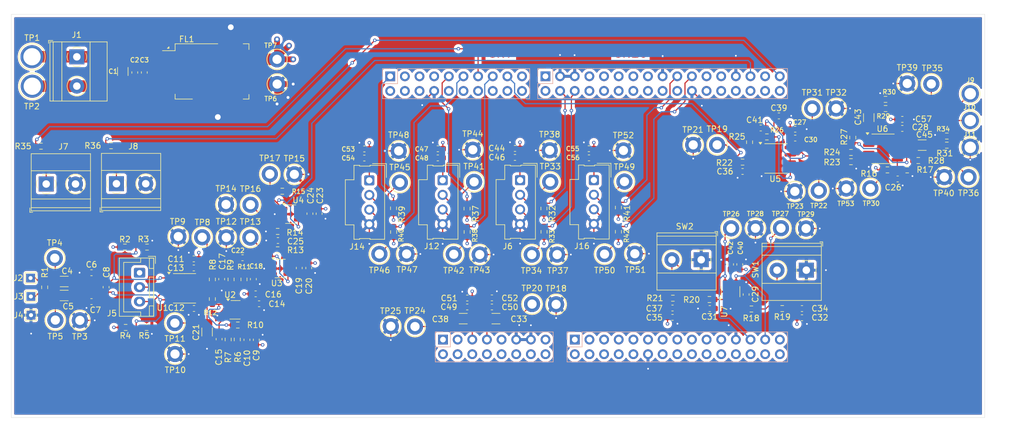
<source format=kicad_pcb>
(kicad_pcb (version 20240108) (generator "pcbnew") (generator_version "8.0")
  (layers (0 "F.Cu" signal "Signal Top (F.Cu)") (1 "In1.Cu" signal "Ground Plane") (2 "In2.Cu" power "Power Plane") (31 "B.Cu" signal "Signal Bottom (B.Cu)") (34 "B.Paste" user) (35 "F.Paste" user) (36 "B.SilkS" user "B.Silkscreen") (37 "F.SilkS" user "F.Silkscreen") (38 "B.Mask" user) (39 "F.Mask" user) (44 "Edge.Cuts" user))
  (net 0 "")
  (net 1 "Net-(U1--)")
  (net 2 "GND")
  (net 3 "Net-(U1-+)")
  (net 4 "/+9V")
  (net 5 "/PWRin")
  (net 6 "Net-(U3-+IN)")
  (net 7 "Net-(U4-+IN)")
  (net 8 "Net-(U1-Ref)")
  (net 9 "/MIC+")
  (net 10 "/MIC-")
  (net 11 "Net-(R8-Pad1)")
  (net 12 "Net-(U2-+IN)")
  (net 13 "Net-(U2-OUT)")
  (net 14 "Net-(U2--IN)")
  (net 15 "/RTN")
  (net 16 "Net-(U3--IN)")
  (net 17 "Net-(C17-Pad1)")
  (net 18 "Net-(C22-Pad1)")
  (net 19 "/+3.3V")
  (net 20 "/+5V")
  (net 21 "Net-(U6A-+)")
  (net 22 "/+1.66V Bias")
  (net 23 "/DAC-in")
  (net 24 "Net-(U7-2A)")
  (net 25 "Net-(U7-1A)")
  (net 26 "Net-(U5A-+)")
  (net 27 "Net-(U5B-+)")
  (net 28 "Net-(C41-Pad2)")
  (net 29 "Net-(C43-Pad2)")
  (net 30 "Net-(C45-Pad2)")
  (net 31 "Net-(C45-Pad1)")
  (net 32 "Net-(J5-Pin_3)")
  (net 33 "Net-(J5-Pin_2)")
  (net 34 "Net-(J7-Pin_1)")
  (net 35 "Net-(J8-Pin_1)")
  (net 75 "/DAC-out")
  (net 81 "/LED 1")
  (net 98 "/LED 2")
  (net 101 "/ADC in")
  (net 113 "Net-(U6A--)")
  (net 115 "Net-(R18-Pad1)")
  (net 116 "/Line-Hot")
  (net 117 "/Line-Cold")
  (net 118 "/CN9 Pin 27")
  (net 119 "/CN9 Pin 25")
  (net 120 "/CN7 Pin 1")
  (net 121 "/CN7 Pin 9")
  (net 122 "/CN7 Pin 15")
  (net 123 "/CN7 Pin 11")
  (net 124 "/CN10 Pin 21")
  (net 125 "/CN10 Pin 6")
  (net 126 "/CN10 Pin 4")
  (net 127 "/CN10 Pin 19")
  (net 128 "Net-(R20-Pad1)")
  (net 129 "Net-(U5A--)")
  (net 130 "Net-(U6B--)")
  (footprint "TestPoint:TestPoint_Keystone_5005-5009_Compact" (layer "F.Cu") (at 109.725 91.575)
    (property "Reference" "TP41")
    (property "Value" "TestPoint")
  )
  (footprint "TestPoint:TestPoint_Keystone_5005-5009_Compact" (layer "F.Cu") (at 124.131 104.2023)
    (property "Reference" "TP37")
    (property "Value" "TestPoint")
  )
  (footprint "TestPoint:TestPoint_Keystone_5005-5009_Compact" (layer "F.Cu") (at 96.65 86.2)
    (property "Reference" "TP48")
    (property "Value" "TestPoint")
  )
  (footprint "TestPoint:TestPoint_Keystone_5005-5009_Compact" (layer "F.Cu") (at 98.025 104.1)
    (property "Reference" "TP47")
    (property "Value" "TestPoint")
  )
  (footprint "Resistor_SMD:R_0603_1608Metric_Pad0.98x0.95mm_HandSolder" (layer "F.Cu") (at 35.2532 109.886 -90)
    (property "Reference" "R1")
    (property "Value" "12k")
  )
  (footprint "Resistor_SMD:R_0603_1608Metric_Pad0.98x0.95mm_HandSolder" (layer "F.Cu") (at 134.75 96.04 90)
    (property "Reference" "R41")
    (property "Value" "1k")
  )
  (footprint "Resistor_SMD:R_0603_1608Metric_Pad0.98x0.95mm_HandSolder" (layer "F.Cu") (at 67.5772 108.5158 -90)
    (property "Reference" "R9")
    (property "Value" "5k")
  )
  (footprint "Package_TO_SOT_SMD:SOT-23-6_Handsoldering" (layer "F.Cu") (at 154.2074 110.6492 90)
    (property "Reference" "U7")
    (property "Value" "SN74LVC2G17DBVR")
  )
  (footprint "Capacitor_SMD:C_0603_1608Metric_Pad1.08x0.95mm_HandSolder" (layer "F.Cu") (at 159.4371 82.2274 180)
    (property "Reference" "C41")
    (property "Value" "1nF")
  )
  (footprint "TestPoint:TestPoint_Keystone_5005-5009_Compact" (layer "F.Cu") (at 195.475 90.75)
    (property "Reference" "TP36")
    (property "Value" "TestPoint")
  )
  (footprint "TestPoint:TestPoint_Keystone_5005-5009_Compact" (layer "F.Cu") (at 78.55 90.275)
    (property "Reference" "TP15")
    (property "Value" "TestPoint")
  )
  (footprint "Connector_JST:JST_XH_B3B-XH-A_1x03_P2.50mm_Vertical" (layer "F.Cu") (at 51.7032 107.361 -90)
    (property "Reference" "J5")
    (property "Value" "Conn_01x03_Pin")
  )
  (footprint "Package_TO_SOT_SMD:SOT-23-5_HandSoldering" (layer "F.Cu") (at 76.0934 106.6321)
    (property "Reference" "U3")
    (property "Value" "LT1803CS5-TRMPBF")
  )
  (footprint "TestPoint:TestPoint_Keystone_5005-5009_Compact" (layer "F.Cu") (at 178.453 92.7042)
    (property "Reference" "TP30")
    (property "Value" "TestPoint")
  )
  (footprint "TerminalBlock_Phoenix:TerminalBlock_Phoenix_MKDS-1,5-2-5.08_1x02_P5.08mm_Horizontal" (layer "F.Cu") (at 35.515 91.95)
    (property "Reference" "J7")
    (property "Value" "Screw_Terminal_01x02")
  )
  (footprint "Capacitor_SMD:C_0603_1608Metric_Pad1.08x0.95mm_HandSolder" (layer "F.Cu") (at 112.8125 113.3)
    (property "Reference" "C50")
    (property "Value" "4.7u")
  )
  (footprint "TestPoint:TestPoint_Keystone_5005-5009_Compact" (layer "F.Cu") (at 122.931 91.5773)
    (property "Reference" "TP33")
    (property "Value" "TestPoint")
  )
  (footprint "Capacitor_SMD:C_0603_1608Metric_Pad1.08x0.95mm_HandSolder" (layer "F.Cu") (at 155.8 105.9125 90)
    (property "Reference" "C40")
    (property "Value" "4.7u")
  )
  (footprint "TestPoint:TestPoint_Keystone_5005-5009_Compact" (layer "F.Cu") (at 135.625 86.1275)
    (property "Reference" "TP52")
    (property "Value" "TestPoint")
  )
  (footprint "Capacitor_SMD:C_1206_3216Metric_Pad1.33x1.80mm_HandSolder" (layer "F.Cu") (at 178.175 80.425 90)
    (property "Reference" "C43")
    (property "Value" "47u")
  )
  (footprint "TestPoint:TestPoint_Keystone_5005-5009_Compact" (layer "F.Cu") (at 70.95 95.55)
    (property "Reference" "TP16")
    (property "Value" "TestPoint")
  )
  (footprint "Capacitor_SMD:C_0603_1608Metric_Pad1.08x0.95mm_HandSolder" (layer "F.Cu") (at 154.2 105.9125 -90)
    (property "Reference" "C42")
    (property "Value" "0.1u")
  )
  (footprint "TestPoint:TestPoint_Keystone_5005-5009_Compact" (layer "F.Cu") (at 66.75 101.225)
    (property "Reference" "TP12")
    (property "Value" "TestPoint")
  )
  (footprint "Capacitor_SMD:C_0603_1608Metric_Pad1.08x0.95mm_HandSolder" (layer "F.Cu") (at 183.9875 82.3)
    (property "Reference" "C28")
    (property "Value" "0.1u")
  )
  (footprint "Resistor_SMD:R_0603_1608Metric_Pad0.98x0.95mm_HandSolder" (layer "F.Cu") (at 108.525 100.2727 -90)
    (property "Reference" "R38")
    (property "Value" "1k")
  )
  (footprint "TestPoint:TestPoint_Keystone_5005-5009_Compact" (layer "F.Cu") (at 191.275 90.75)
    (property "Reference" "TP40")
    (property "Value" "TestPoint")
  )
  (footprint "Resistor_SMD:R_0603_1608Metric_Pad0.98x0.95mm_HandSolder" (layer "F.Cu") (at 175.0875 86.475)
    (property "Reference" "R24")
    (property "Value" "1k")
  )
  (footprint "Resistor_SMD:R_0603_1608Metric_Pad0.98x0.95mm_HandSolder" (layer "F.Cu") (at 191.7125 85.2)
    (property "Reference" "R31")
    (property "Value" "100")
  )
  (footprint "Capacitor_SMD:C_0603_1608Metric_Pad1.08x0.95mm_HandSolder" (layer "F.Cu") (at 43.3657 112.361 180)
    (property "Reference" "C7")
    (property "Value" "0.1u")
  )
  (footprint "Resistor_SMD:R_0603_1608Metric_Pad0.98x0.95mm_HandSolder" (layer "F.Cu") (at 156.2883 88.1456 180)
    (property "Reference" "R22")
    (property "Value" "21.2k")
  )
  (footprint "TestPoint:TestPoint_Plated_Hole_D2.0mm" (layer "F.Cu") (at 195.775 80.925)
    (property "Reference" "J10")
    (property "Value" "Conn_01x01")
  )
  (footprint "Capacitor_SMD:C_0603_1608Metric_Pad1.08x0.95mm_HandSolder" (layer "F.Cu") (at 82.85 97.1125 90)
    (property "Reference" "C23")
    (property "Value" "4.7u")
  )
  (footprint "TestPoint:TestPoint_Keystone_5005-5009_Compact" (layer "F.Cu") (at 122.831 86.1023)
    (property "Reference" "TP38")
    (property "Value" "TestPoint")
  )
  (footprint "TestPoint:TestPoint_Keystone_5005-5009_Compact" (layer "F.Cu") (at 137.6 104.0525)
    (property "Reference" "TP51")
    (property "Value" "TestPoint")
  )
  (footprint "TerminalBlock_Phoenix:TerminalBlock_Phoenix_MKDS-1,5-2-5.08_1x02_P5.08mm_Horizontal" (layer "F.Cu") (at 47.695 91.9)
    (property "Reference" "J8")
    (property "Value" "Screw_Terminal_01x02")
  )
  (footprint "TestPoint:TestPoint_Keystone_5005-5009_Compact" (layer "F.Cu") (at 37.1 115.575)
    (property "Reference" "TP5")
    (property "Value" "TestPoint")
  )
  (footprint "TestPoint:TestPoint_Keystone_5005-5009_Compact" (layer "F.Cu") (at 75.55 70.3)
    (property "Reference" "TP7")
    (property "Value" "TestPoint")
  )
  (footprint "TestPoint:TestPoint_Keystone_5005-5009_Compact" (layer "F.Cu") (at 172.528 78.8292)
    (property "Reference" "TP32")
    (property "Value" "TestPoint")
  )
  (footprint "Capacitor_SMD:C_0603_1608Metric_Pad1.08x0.95mm_HandSolder" (layer "F.Cu") (at 71.8375 111.025)
    (property "Reference" "C16")
    (property "Value" "4.7u")
  )
  (footprint "TestPoint:TestPoint_THTPad_1.5x1.5mm_Drill0.7mm" (layer "F.Cu") (at 32.85 111.475 90)
    (property "Reference" "J3")
    (property "Value" "Conn_01x01")
  )
  (footprint "Connector_Molex:Molex_SL_171971-0004_1x04_P2.54mm_Vertical" (layer "F.Cu") (at 117.7 91.2875 -90)
    (property "Reference" "J6")
    (property "Value" "Conn_01x04_Pin")
  )
  (footprint "Capacitor_SMD:C_1206_3216Metric_Pad1.33x1.80mm_HandSolder" (layer "F.Cu") (at 63.4116 117.6475 -90)
    (property "Reference" "C21")
    (property "Value" "100u")
  )
  (footprint "Capacitor_SMD:C_0603_1608Metric_Pad1.08x0.95mm_HandSolder" (layer "F.Cu") (at 72.4375 112.75)
    (property "Reference" "C14")
    (property "Value" "0.1u")
  )
  (footprint "Resistor_SMD:R_0603_1608Metric_Pad0.98x0.95mm_HandSolder" (layer "F.Cu") (at 49.1625 102.9)
    (property "Reference" "R2")
    (property "Value" "1M")
  )
  (footprint "TestPoint:TestPoint_THTPad_1.5x1.5mm_Drill0.7mm" (layer "F.Cu") (at 32.8 108.275 90)
    (property "Reference" "J2")
    (property "Value" "Conn_01x01")
  )
  (footprint "Resistor_SMD:R_0603_1608Metric_Pad0.98x0.95mm_HandSolder" (layer "F.Cu") (at 95.775 100.2875 -90)
    (property "Reference" "R40")
    (property "Value" "1k")
  )
  (footprint "TestPoint:TestPoint_Keystone_5005-5009_Compact" (layer "F.Cu") (at 119.731 104.2023)
    (property "Reference" "TP34")
    (property "Value" "TestPoint")
  )
  (footprint "TestPoint:TestPoint_Keystone_5005-5009_Compact" (layer "F.Cu") (at 106.2 104.15)
    (property "Reference" "TP42")
    (property "Value" "TestPoint")
  )
  (footprint "Resistor_SMD:R_0603_1608Metric_Pad0.98x0.95mm_HandSolder" (layer "F.Cu") (at 49.2875 116.85)
    (property "Reference" "R4")
    (property "Value" "1M")
  )
  (footprint "TestPoint:TestPoint_Keystone_5005-5009_Compact" (layer "F.Cu") (at 70.925 101.25)
    (property "Reference" "TP13")
    (property "Value" "TestPoint")
  )
  (footprint "Capacitor_SMD:C_0603_1608Metric_Pad1.08x0.95mm_HandSolder" (layer "F.Cu") (at 65.5 118.8875 -90)
    (property "Reference" "C15")
    (property "Value" "0.1u")
  )
  (footprint "Resistor_SMD:R_0603_1608Metric_Pad0.98x0.95mm_HandSolder" (layer "F.Cu") (at 191.7155 83.6292)
    (property "Reference" "R34")
    (property "Value" "var")
  )
  (footprint "Capacitor_SMD:C_1206_3216Metric_Pad1.33x1.80mm_HandSolder" (layer "F.Cu") (at 48.8 72.4125 -90)
    (property "Reference" "C1")
    (property "Value" "47u")
  )
  (footprint "Capacitor_SMD:C_0603_1608Metric_Pad1.08x0.95mm_HandSolder" (layer "F.Cu") (at 65.9516 108.4642 -90)
    (property "Reference" "C17")
    (property "Value" "0.0015u")
  )
  (footprint "Capacitor_SMD:C_0603_1608Metric_Pad1.08x0.95mm_HandSolder" (layer "F.Cu") (at 150.6 113.575)
    (property "Reference" "C31")
    (property "Value" "0.1u")
  )
  (footprint "Capacitor_SMD:C_0603_1608Metric_Pad1.08x0.95mm_HandSolder" (layer "F.Cu") (at 144.1376 113.4808)
    (property "Reference" "C37")
    (property "Value" "0.1u")
  )
  (footprint "TestPoint:TestPoint_Keystone_5005-5009_Compact" (layer "F.Cu") (at 189.025 74.575)
    (property "Reference" "TP35")
    (property "Value" "TestPoint")
  )
  (footprint "Resistor_SMD:R_0603_1608Metric_Pad0.98x0.95mm_HandSolder" (layer "F.Cu") (at 68.7475 116.4368 180)
    (property "Reference" "R10")
    (property "Value" "0")
  )
  (footprint "Capacitor_SMD:C_0603_1608Metric_Pad1.08x0.95mm_HandSolder" (layer "F.Cu") (at 112.8125 111.725)
    (property "Reference" "C52")
    (property "Value" "0.1u")
  )
  (footprint "Capacitor_SMD:C_0603_1608Metric_Pad1.08x0.95mm_HandSolder" (layer "F.Cu") (at 108.5375 113.3)
    (property "Reference" "C49")
    (property "Value" "4.7u")
  )
  (footprint "Capacitor_SMD:C_0603_1608Metric_Pad1.08x0.95mm_HandSolder" (layer "F.Cu") (at 183.9905 80.7292 180)
    (property "Reference" "C57")
    (property "Value" "4.7u")
  )
  (footprint "Resistor_SMD:R_0603_1608Metric_Pad0.98x0.95mm_HandSolder" (layer "F.Cu") (at 75.6563 100.1846 180)
    (property "Reference" "R14")
    (property "Value" "5k")
  )
  (footprint "Connector_Molex:Molex_SL_171971-0004_1x04_P2.54mm_Vertical" (layer "F.Cu") (at 91.55 91.32 -90)
    (property "Reference" "J14")
    (property "Value" "Conn_01x04_Pin")
  )
  (footprint "Resistor_SMD:R_0603_1608Metric_Pad0.98x0.95mm_HandSolder" (layer "F.Cu") (at 46.7575 85.3)
    (property "Reference" "R36")
    (property "Value" "300")
  )
  (footprint "TestPoint:TestPoint_Keystone_5005-5009_Compact" (layer "F.Cu") (at 158.525 99.625 90)
    (property "Reference" "TP28")
    (property "Value" "TestPoint")
  )
  (footprint "Capacitor_SMD:C_1206_3216Metric_Pad1.33x1.80mm_HandSolder" (layer "F.Cu") (at 107.8375 115.325 180)
    (property "Reference" "C38")
    (property "Value" "10u")
  )
  (footprint "TestPoint:TestPoint_Keystone_5005-5009_Compact" (layer "F.Cu") (at 135.8 91.5275)
    (property "Reference" "TP49")
    (property "Value" "TestPoint")
  )
  (footprint "TestPoint:TestPoint_Keystone_5005-5009_Compact" (layer "F.Cu") (at 162.95 99.625 90)
    (property "Reference" "TP27")
    (property "Value" "TestPoint")
  )
  (footprint "Package_TO_SOT_SMD:SOT-23-5_HandSoldering" (layer "F.Cu") (at 68.2592 113.79)
    (property "Reference" "U2")
    (property "Value" "ADA4084-1ARJZ-R7")
  )
  (footprint "Capacitor_SMD:C_0603_1608Metric_Pad1.08x0.95mm_HandSolder" (layer "F.Cu") (at 69.5595 104.7566)
    (property "Reference" "C22")
    (property "Value" "3.8n")
  )
  (footprint "Capacitor_SMD:C_0603_1608Metric_Pad1.08x0.95mm_HandSolder" (layer "F.Cu") (at 90.6875 87.445)
    (property "Reference" "C54")
    (property "Value" "0.1u")
  )
  (footprint "Connector_Molex:Molex_SL_171971-0004_1x04_P2.54mm_Vertical" (layer "F.Cu") (at 130.5 91.2725 -90)
    (property "Reference" "J16")
    (property "Value" "Conn_01x04_Pin")
  )
  (footprint "Capacitor_SMD:C_0603_1608Metric_Pad1.08x0.95mm_HandSolder" (layer "F.Cu") (at 144.1375 115.105)
    (property "Reference" "C35")
    (property "Value" "4.7u")
  )
  (footprint "TestPoint:TestPoint_Keystone_5005-5009_Compact" (layer "F.Cu") (at 174.278 92.7292)
    (property "Reference" "TP53")
    (property "Value" "TestPoint")
  )
  (footprint "Capacitor_SMD:C_0603_1608Metric_Pad1.08x0.95mm_HandSolder" (layer "F.Cu") (at 52.525 72.5875 -90)
    (property "Reference" "C3")
    (property "Value" "var")
  )
  (footprint "Connector_Molex:Molex_SL_171971-0004_1x04_P2.54mm_Vertical" (layer "F.Cu") (at 104.269 91.3002 -90)
    (property "Reference" "J12")
    (property "Value" "Conn_01x04_Pin")
  )
  (footprint "Capacitor_SMD:C_0603_1608Metric_Pad1.08x0.95mm_HandSolder" (layer "F.Cu") (at 166.5875 113.575 180)
    (property "Reference" "C34")
    (property "Value" "0.1u")
  )
  (footprint "TerminalBlock_Phoenix:TerminalBlock_Phoenix_MKDS-1,5-2-5.08_1x02_P5.08mm_Horizontal" (layer "F.Cu") (at 149.115 105.1 180)
    (property "Reference" "SW2")
    (property "Value" "SW_Push")
  )
  (footprint "TestPoint:TestPoint_Keystone_5005-5009_Compact" (layer "F.Cu") (at 110.7 104.2)
    (property "Reference" "TP43")
    (property "Value" "TestPoint")
  )
  (footprint "Capacitor_SMD:C_0603_1608Metric_Pad1.08x0.95mm_HandSolder" (layer "F.Cu") (at 156.2875 89.775)
    (property "Reference" "C36")
    (property "Value" "1nF")
  )
  (footprint "Capacitor_SMD:C_0603_1608Metric_Pad1.08x0.95mm_HandSolder" (layer "F.Cu") (at 90.6935 85.8648)
    (property "Reference" "C53")
    (property "Value" "4.7u")
  )
  (footprint "Capacitor_SMD:C_0603_1608Metric_Pad1.08x0.95mm_HandSolder" (layer "F.Cu") (at 108.5375 111.75)
    (property "Reference" "C51")
    (property "Value" "0.1u")
  )
  (footprint "Capacitor_SMD:C_0603_1608Metric_Pad1.08x0.95mm_HandSolder" (layer "F.Cu") (at 61.1125 106.525)
    (property "Reference" "C13")
    (property "Value" "0.1u")
  )
  (footprint "Capacitor_SMD:C_0603_1608Metric_Pad1.08x0.95mm_HandSolder" (layer "F.Cu") (at 71.438 108.4661 -90)
    (property "Reference" "C18")
    (property "Value" "220p")
  )
  (footprint "Capacitor_SMD:C_0603_1608Metric_Pad1.08x0.95mm_HandSolder" (layer "F.Cu") (at 103.4375 85.825)
    (property "Reference" "C47")
    (property "Value" "4.7u")
  )
  (footprint "Capacitor_SMD:C_0603_1608Metric_Pad1.08x0.95mm_HandSolder" (layer "F.Cu") (at 116.8125 87.3425)
    (property "Reference" "C46")
    (property "Value" "0.1u")
  )
  (footprint "TestPoint:TestPoint_Keystone_5005-5009_Compact" (layer "F.Cu") (at 165.353 93.2292)
    (property "Reference" "TP23")
    (property "Value" "TestPoint")
  )
  (footprint "TestPoint:TestPoint_Plated_Hole_D2.0mm" (layer "F.Cu") (at 195.775 85.575)
    (property "Reference" "J11")
    (property "Value" "Conn_01x01")
  )
  (footprint "Capacitor_SMD:C_1206_3216Metric_Pad1.33x1.80mm_HandSolder" (layer "F.Cu") (at 38.6407 108.886)
    (property "Reference" "C4")
    (property "Value" "47uF")
  )
  (footprint "TestPoint:TestPoint_Plated_Hole_D3.0mm" (layer "F.Cu") (at 33.05 69.85)
    (property "Reference" "TP1")
    (property "Value" "TestPoint")
  )
  (footprint "TestPoint:TestPoint_Plated_Hole_D2.0mm" (layer "F.Cu") (at 195.775 76.275)
    (property "Reference" "J9")
    (property "Value" "Conn_01x01")
  )
  (footprint "Capacitor_SMD:C_0603_1608Metric_Pad1.08x0.95mm_HandSolder" (layer "F.Cu") (at 129.631 85.8223)
    (property "Reference" "C55")
    (property "Value" "4.7u")
  )
  (footprint "Package_SO:SOIC-8_3.9x4.9mm_P1.27mm" (layer "F.Cu") (at 180.65 85.84)
    (property "Reference" "U6")
    (property "Value" "OPA 2992")
  )
  (footprint "Capacitor_SMD:C_0603_1608Metric_Pad1.08x0.95mm_HandSolder" (layer "F.Cu") (at 165.4155 82.4292 180)
    (property "Reference" "C27")
    (property "Value" "4.7u")
  )
  (footprint "Resistor_SMD:R_0603_1608Metric_Pad0.98x0.95mm_HandSolder" (layer "F.Cu") (at 186.7625 87.875)
    (property "Reference" "R28")
    (property "Value" "10k")
  )
  (footprint "Resistor_SMD:R_0603_1608Metric_Pad0.98x0.95mm_HandSolder" (layer "F.Cu") (at 181.078 77.2542 180)
    (property "Reference" "R30")
    (property "Value" "var")
  )
  (footprint "TestPoint:TestPoint_Keystone_5005-5009_Compact" (layer "F.Cu") (at 119.775 112.8)
    (property "Reference" "TP20")
    (property "Value" "TestPoint")
  )
  (footprint "TerminalBlock_Phoenix:TerminalBlock_Phoenix_MKDS-1,5-2-5.08_1x02_P5.08mm_Horizontal" (layer "F.Cu") (at 167.345 106.905 180)
    (property "Reference" "SW1")
    (property "Value" "SW_Push")
  )
  (footprint "Capacitor_SMD:C_0603_1608Metric_Pad1.08x0.95mm_HandSolder" (layer "F.Cu") (at 129.65 87.4075)
    (property "Reference" "C56")
    (property "Value" "0.1u")
  )
  (footprint "TerminalBlock_Phoenix:TerminalBlock_Phoenix_MKDS-1,5-2-5.08_1x02_P5.08mm_Horizontal" (layer "F.Cu") (at 40.825 69.87 -90)
    (property "Reference" "J1")
    (property "Value" "Screw_Terminal_01x02")
  )
  (footprint "Resistor_SMD:R_0603_1608Metric_Pad0.98x0.95mm_HandSolder" (layer "F.Cu") (at 67.075 118.95 -90)
    (property "Reference" "R7")
    (property "Value" "10k")
  )
  (footprint "TestPoint:TestPoint_Keystone_5005-5009_Compact" (layer "F.Cu") (at 93.3 104.1)
    (property "Reference" "TP46")
    (property "Value" "TestPoint")
  )
  (footprint "TestPoint:TestPoint_Keystone_5005-5009_Compact" (layer "F.Cu") (at 57.85 121.475)
    (property "Reference" "TP10")
    (property "Value" "TestPoint")
  )
  (footprint "TestPoint:TestPoint_Keystone_5005-5009_Compact" (layer "F.Cu") (at 167.3 99.675 90)
    (property "Reference" "TP29")
    (property "Value" "TestPoint")
  )
  (footprint "Capacitor_SMD:C_0603_1608Metric_Pad1.08x0.95mm_HandSolder" (layer "F.Cu") (at 165.4155 83.9792 180)
    (property "Reference" "C30")
    (property "Value" "0.1u")
  )
  (footprint "Capacitor_SMD:C_0603_1608Metric_Pad1.08x0.95mm_HandSolder" (layer "F.Cu") (at 43.3657 107.361)
    (property "Reference" "C6")
    (property "Value" "0.1u")
  )
  (footprint "Resistor_SMD:R_0603_1608Metric_Pad0.98x0.95mm_HandSolder" (layer "F.Cu") (at 144.2001 111.78 180)
    (property "Reference" "R21")
    (property "Value" "5k")
  )
  (footprint "Resistor_SMD:R_0603_1608Metric_Pad0.98x0.95mm_HandSolder" (layer "F.Cu") (at 184.8375 89.5 180)
    (property "Reference" "R17")
    (property "Value" "25k")
  )
  (footprint "TestPoint:TestPoint_Keystone_5005-5009_Compact" (layer "F.Cu") (at 154.3 99.65 90)
    (property "Reference" "TP26")
    (property "Value" "TestPoint")
  )
  (footprint "Resistor_SMD:R_0603_1608Metric_Pad0.98x0.95mm_HandSolder" (layer "F.Cu") (at 121.831 96.2023 90)
    (property "Reference" "R32")
    (property "Value" "1k")
  )
  (footprint "Resistor_SMD:R_0603_1608Metric_Pad0.98x0.95mm_HandSolder" (layer "F.Cu") (at 95.75 96.1625 90)
    (property "Reference" "R39")
    (property "Value" "1k")
  )
  (footprint "Resistor_SMD:R_0603_1608Metric_Pad0.98x0.95mm_HandSolder" (layer "F.Cu") (at 163.1625 113.575)
    (property "Reference" "R19")
    (property "Value" "5k")
  )
  (footprint "TestPoint:TestPoint_Keystone_5005-5009_Compact" (layer "F.Cu") (at 109.5 86)
    (property "Reference" "TP44")
    (property "Value" "TestPoint")
  )
  (footprint "TestPoint:TestPoint_Keystone_5005-5009_Compact" (layer "F.Cu") (at 75.575 74.6)
    (property "Reference" "TP6")
    (property "Value" "TestPoint")
  )
  (footprint "Resistor_SMD:R_0603_1608Metric_Pad0.98x0.95mm_HandSolder" (layer "F.Cu") (at 121.856 100.25 -90)
    (property "Reference" "R33")
    (property "Value" "1k")
  )
  (footprint "Capacitor_SMD:C_1206_3216Metric_Pad1.33x1.80mm_HandSolder" (layer "F.Cu") (at 38.6282 111.311)
    (property "Reference" "C5")
    (property "Value" "47uF")
  )
  (footprint "Resistor_SMD:R_0603_1608Metric_Pad0.98x0.95mm_HandSolder" (layer "F.Cu") (at 160.5047 83.7768 180)
    (property "Reference" "R26")
    (property "Value" "108k")
  )
  (footprint "Capacitor_SMD:C_0603_1608Metric_Pad1.08x0.95mm_HandSolder" (layer "F.Cu") (at 183.1875 91.075)
    (property "Reference" "C26")
    (property "Value" "4.7u")
  )
  (footprint "TestPoint:TestPoint_THTPad_1.5x1.5mm_Drill0.7mm" (layer "F.Cu") (at 32.878 114.7206 90)
    (property "Reference" "J4")
    (property "Value" "Conn_01x01")
  )
  (footprint "Capacitor_SMD:C_0603_1608Metric_Pad1.08x0.95mm_HandSolder" (layer "F.Cu") (at 103.4315 87.4152)
    (property "Reference" "C48")
    (property "Value" "0.1u")
  )
  (footprint "TestPoint:TestPoint_Keystone_5005-5009_Compact" (layer "F.Cu") (at 41.35 115.625)
    (property "Reference" "TP3")
    (property "Value" "TestPoint")
  )
  (footprint "Capacitor_SMD:C_0603_1608Metric_Pad1.08x0.95mm_HandSolder" (layer "F.Cu") (at 71.95 119 90)
    (property "Reference" "C9")
    (property "Value" "4.7u")
  )
  (footprint "Resistor_SMD:R_0603_1608Metric_Pad0.98x0.95mm_HandSolder" (layer "F.Cu") (at 157.5056 84.6931 -90)
    (property "Reference" "R25")
    (property "Value" "26.3k")
  )
  (footprint "TestPoint:TestPoint_Keystone_5005-5009_Compact" (layer "F.Cu") (at 66.7 95.5)
    (property "Reference" "TP14")
    (property "Value" "TestPoint")
  )
  (footprint "Capacitor_SMD:C_0603_1608Metric_Pad1.08x0.95mm_HandSolder" (layer "F.Cu") (at 45.9032 109.861 -90)
    (property "Reference" "C8")
    (property "Value" "0.1u")
  )
  (footprint "TestPoint:TestPoint_Keystone_5005-5009_Compact" (layer "F.Cu") (at 96.85 91.7)
    (property "Reference" "TP45")
    (property "Value" "TestPoint")
  )
  (footprint "Resistor_SMD:R_0603_1608Metric_Pad0.98x0.95mm_HandSolder" (layer "F.Cu") (at 76.4625 93.2 180)
    (property "Reference" "R15")
    (property "Value" "var")
  )
  (footprint "Resistor_SMD:R_0603_1608Metric_Pad0.98x0.95mm_HandSolder" (layer "F.Cu") (at 64.326 108.5158 90)
    (property "Reference" "R8")
    (property "Value" "5k")
  )
  (footprint "Resistor_SMD:R_0603_1608Metric_Pad0.98x0.95mm_HandSolder" (layer "F.Cu") (at 150.5375 112)
    (property "Reference" "R20")
    (property "Value" "5k")
  )
  (footprint "Resistor_SMD:R_0603_1608Metric_Pad0.98x0.95mm_HandSolder" (layer "F.Cu") (at 108.5 96.225 90)
    (property "Reference" "R37")
    (property "Value" "1k")
  )
  (footprint "Capacitor_SMD:C_0603_1608Metric_Pad1.08x0.95mm_HandSolder" (layer "F.Cu") (at 70.325 119 90)
    (property "Reference" "C10")
    (property "Value" "0.1u")
  )
  (footprint "Resistor_SMD:R_0603_1608Metric_Pad0.98x0.95mm_HandSolder" (layer "F.Cu") (at 64.326 111.9213 -90)
    (property "Reference" "R12")
    (property "Value" "1")
  )
  (footprint "Resistor_SMD:R_0603_1608Metric_Pad0.98x0.95mm_HandSolder" (layer "F.Cu") (at 181.4125 89.5)
    (property "Reference" "R16")
    (property "Value" "50k")
  )
  (footprint "Resistor_SMD:R_0603_1608Metric_Pad0.98x0.95mm_HandSolder" (layer "F.Cu") (at 52.9276 116.85)
    (property "Reference" "R5")
    (property "Value" "1M")
  )
  (footprint "Resistor_SMD:R_0603_1608Metric_Pad0.98x0.95mm_HandSolder" (layer "F.Cu") (at 175.4 83.8875 -90)
    (property "Reference" "R27")
    (property "Value" "10k")
  )
  (footprint "Capacitor_SMD:C_0603_1608Metric_Pad1.08x0.95mm_HandSolder" (layer "F.Cu") (at 75.7063 101.7594 180)
    (property "Reference" "C25")
    (property "Value" "1000p")
  )
  (footprint "TestPoint:TestPoint_Keystone_5005-5009_Compact" (layer "F.Cu") (at 147.728 85.1542)
    (property "Reference" "TP21")
    (property "Value" "TestPoint")
  )
  (footprint "Capacitor_SMD:C_0603_1608Metric_Pad1.08x0.95mm_HandSolder" (layer "F.Cu") (at 79.4 106.5375 90)
    (property "Reference" "C19")
    (property "Value" "0.1u")
  )
  (footprint "Resistor_SMD:R_0603_1608Metric_Pad0.98x0.95mm_HandSolder" (layer "F.Cu") (at 134.75 100.24 -90)
    (property "Reference" "R42")
    (property "Value" "1k")
  )
  (footprint "Resistor_SMD:R_0603_1608Metric_Pad0.98x0.95mm_HandSolder" (layer "F.Cu") (at 181.0875 78.85)
    (property "Reference" "R29")
    (property "Value" "100")
  )
  (footprint "Capacitor_SMD:C_1206_3216Metric_Pad1.33x1.80mm_HandSolder" (layer "F.Cu") (at 187.4375 85.2)
    (property "Reference" "C45")
    (property "Value" "47u")
  )
  (footprint "Capacitor_SMD:C_0603_1608Metric_Pad1.08x0.95mm_HandSolder" (layer "F.Cu") (at 162.5913 80.1292 180)
    (property "Reference" "C39")
    (property "Value" "100pF")
  )
  (footprint "Filter:Filter_Murata_BNX025" (layer "F.Cu") (at 64.275 72.4)
    (property "Reference" "FL1")
    (property "Value" "BNX027")
  )
  (footprint "TestPoint:TestPoint_Keystone_5005-5009_Compact" (layer "F.Cu") (at 99.475 116.7)
    (property "Reference" "TP24")
    (property "Value" "TestPoint")
  )
  (footprint "TestPoint:TestPoint_Keystone_5005-5009_Compact" (layer "F.Cu") (at 184.85 74.5)
    (property "Reference" "TP39")
    (property "Value" "TestPoint")
  )
  (footprint "TestPoint:TestPoint_Keystone_5005-5009_Compact" (layer "F.Cu") (at 123.95 112.85)
    (property "Reference" "TP18")
    (property "Value" "TestPoint")
  )
  (footprint "Capacitor_SMD:C_0603_1608Metric_Pad1.08x0.95mm_HandSolder" (layer "F.Cu") (at 116.8185 85.7773)
    (property "Reference" "C44")
    (property "Value" "4.7u")
  )
  (footprint "TestPoint:TestPoint_Keystone_5005-5009_Compact" (layer "F.Cu") (at 95.275 116.65)
    (property "Reference" "TP25")
    (property "Value" "TestPoint")
  )
  (footprint "Resistor_SMD:R_0603_1608Metric_Pad0.98x0.95mm_HandSolder" (layer "F.Cu") (at 75.6563 103.385)
    (property "Reference" "R13")
    (property "Value" "10k")
  )
  (footprint "Capacitor_SMD:C_0603_1608Metric_Pad1.08x0.95mm_HandSolder" (layer "F.Cu") (at 81.05 106.5375 -90)
    (property "Reference" "C20")
    (property "Value" "4.7u")
  )
  (footprint "Capacitor_SMD:C_0603_1608Metric_Pad1.08x0.95mm_HandSolder" (layer "F.Cu") (at 81.25 97.1 90)
    (property "Reference" "C24")
    (property "Value" "0.1u")
  )
  (footprint "TestPoint:TestPoint_Keystone_5005-5009_Compact" (layer "F.Cu") (at 37 104.825)
    (property "Reference" "TP4")
    (property "Value" "TestPoint")
  )
  (footprint "Capacitor_SMD:C_0603_1608Metric_Pad1.08x0.95mm_HandSolder" (layer "F.Cu") (at 156.9074 111.1367 -90)
    (property "Reference" "C29")
    (property "Value" "0.1u")
  )
  (footprint "Resistor_SMD:R_0603_1608Metric_Pad0.98x0.95mm_HandSolder" (layer "F.Cu") (at 52.9995 102.9)
    (property "Reference" "R3")
    (property "Value" "1M")
  )
  (footprint "Package_SO:SOIC-8_3.9x4.9mm_P1.27mm" (layer "F.Cu") (at 162.0776 87.5106)
    (property "Reference" "U5")
    (property "Value" "OPA2992")
  )
  (footprint "TestPoint:TestPoint_Keystone_5005-5009_Compact" (layer "F.Cu") (at 62.575 101.2)
    (property "Reference" "TP8")
    (property "Value" "TestPoint")
  )
  (footprint "TestPoint:TestPoint_Keystone_5005-5009_Compact" (layer "F.Cu") (at 151.878 85.1542)
    (property "Reference" "TP19")
    (property "Value" "TestPoint")
  )
  (footprint "TestPoint:TestPoint_Keystone_5005-5009_Compact" (layer "F.Cu") (at 169.503 93.1042)
    (property "Reference" "TP22")
    (property "Value" "TestPoint")
  )
  (footprint "TestPoint:TestPoint_Keystone_5005-5009_Compact" (layer "F.Cu") (at 132.35 104.1275)
    (property "Reference" "TP50")
    (property "Value" "TestPoint")
  )
  (footprint "Capacitor_SMD:C_0603_1608Metric_Pad1.08x0.95mm_HandSolder" (layer "F.Cu") (at 166.5875 115.175)
    (property "Reference" "C32")
    (property "Value" "4.7u")
  )
  (footprint "Package_TO_SOT_SMD:SOT-23-5_HandSoldering" (layer "F.Cu") (at 77.9112 97.1874)
    (property "Reference" "U4")
    (property "Value" "ADA4084-1ARJZ-R7")
  )
  (footprint "Capacitor_SMD:C_0603_1608Metric_Pad1.08x0.95mm_HandSolder" (layer "F.Cu") (at 61.1125 104.95)
    (property "Reference" "C11")
    (property "Value" "4.7u")
  )
  (footprint "TestPoint:TestPoint_Keystone_5005-5009_Compact" (layer "F.Cu") (at 58.425 101.075)
    (property "Reference" "TP9")
    (property "Value" "TestPoint")
  )
  (footprint "Capacitor_SMD:C_0603_1608Metric_Pad1.08x0.95mm_HandSolder" (layer "F.Cu") (at 50.875 72.5875 -90)
    (property "Reference" "C2")
    (property "Value" "0.1u")
  )
  (footprint "Resistor_SMD:R_0603_1608Metric_Pad0.98x0.95mm_HandSolder" (layer "F.Cu") (at 157.8199 113.65 180)
    (property "Reference" "R18")
    (property "Value" "5k")
  )
  (footprint "Resistor_SMD:R_0603_1608Metric_Pad0.98x0.95mm_HandSolder" (layer "F.Cu") (at 69.8124 108.5139 90)
    (property "Reference" "R11")
    (property "Value" "5k")
  )
  (footprint "Resistor_SMD:R_0603_1608Metric_Pad0.98x0.95mm_HandSolder" (layer "F.Cu") (at 175.0875 88.075)
    (property "Reference" "R23")
    (property "Value" "10k")
  )
  (footprint "Resistor_SMD:R_0603_1608Metric_Pad0.98x0.95mm_HandSolder" (layer "F.Cu") (at 34.6075 85.375)
    (property "Reference" "R35")
    (property "Value" "300")
  )
  (footprint "TestPoint:TestPoint_Keystone_5005-5009_Compact" (layer "F.Cu") (at 57.825 116.1)
    (property "Reference" "TP11")
    (property "Value" "TestPoint")
  )
  (footprint "TestPoint:TestPoint_Plated_Hole_D3.0mm" (layer "F.Cu") (at 33.1 74.975)
    (property "Reference" "TP2")
    (property "Value" "TestPoint")
  )
  (footprint "TestPoint:TestPoint_Keystone_5005-5009_Compact" (layer "F.Cu") (at 168.378 78.8292)
    (property "Reference" "TP31")
    (property "Value" "TestPoint")
  )
  (footprint "Resistor_SMD:R_0603_1608Metric_Pad0.98x0.95mm_HandSolder" (layer "F.Cu") (at 68.6498 118.945 90)
    (property "Reference" "R6")
    (property "Value" "10k")
  )
  (footprint "Capacitor_SMD:C_0603_1608Metric_Pad1.08x0.95mm_HandSolder" (layer "F.Cu") (at 61.1407 113.561)
    (property "Reference" "C12")
    (property "Value" "0.1u")
  )
  (footprint "TestPoint:TestPoint_Keystone_5005-5009_Compact" (layer "F.Cu") (at 74.3 90.225)
    (property "Reference" "TP17")
    (property "Value" "TestPoint")
  )
  (footprint "Capacitor_SMD:C_1206_3216Metric_Pad1.33x1.80mm_HandSolder" (layer "F.Cu") (at 113.5125 115.325)
    (property "Reference" "C33")
    (property "Value" "10u")
  )
  (footprint "Package_SO:SOIC-8_3.9x4.9mm_P1.27mm" (layer "F.Cu") (at 59.5032 110.061)
    (property "Reference" "U1")
    (property "Value" "INA849D")
  )
  (footprint "Connector_PinHeader_2.54mm:PinHeader_2x17_P2.54mm_Vertical" (layer "B.Cu") (at 122.0992 73.2442 -90)
    (property "Reference" "J18" (hide yes))
    (property "Value" "Conn_02x17_Odd_Even")
  )
  (footprint "Connector_PinHeader_2.54mm:PinHeader_2x15_P2.54mm_Vertical" (layer "B.Cu") (at 127.1898 118.9636 -90)
    (property "Reference" "J15" (hide yes))
    (property "Value" "Conn_02x15_Odd_Even")
  )
  (footprint "Connector_PinHeader_2.54mm:PinHeader_2x10_P2.54mm_Vertical" (layer "B.Cu") (at 95.1792 73.2542 -90)
    (property "Reference" "J17" (hide yes))
    (property "Value" "Conn_02x10_Odd_Even")
  )
  (footprint "Connector_PinHeader_2.54mm:PinHeader_2x08_P2.54mm_Vertical" (layer "B.Cu") (at 104.3298 118.9636 -90)
    (property "Reference" "J13" (hide yes))
    (property "Value" "Conn_02x08_Odd_Even")
  )
  (gr_line (start 29.475 62.5) (end 198.3 62.5) (stroke (width 0.05)) (layer "Edge.Cuts"))
  (gr_line (start 29.475 132.5) (end 198.3 132.5) (stroke (width 0.05)) (layer "Edge.Cuts"))
  (gr_line (start 29.475 62.5) (end 29.475 132.5) (stroke (width 0.05)) (layer "Edge.Cuts"))
  (gr_line (start 198.3 62.5) (end 198.3 132.5) (stroke (width 0.05)) (layer "Edge.Cuts"))
  (gr_text "9V" (at 121.45 116.6 0) (layer "F.Cu") (effects (font (size 0.75 0.75)) (justify left bottom)))
  (gr_text "5V" (at 113 109.625 0) (layer "F.Cu") (effects (font (size 0.75 0.75)) (justify left bottom)))
  (gr_text "CN9" (at 142 125.975 0) (layer "F.Cu") (effects (font (size 1.5 1.5) (thickness 0.3) (bold yes)) (justify left bottom)))
  (gr_text "CN10" (at 133.675 70.05 0) (layer "F.Cu") (effects (font (size 1.5 1.5) (thickness 0.3) (bold yes)) (justify left bottom)))
  (gr_text "3.3V" (at 107.4 109.475 0) (layer "F.Cu") (effects (font (size 0.75 0.75)) (justify left bottom)))
  (gr_text "CN7" (at 111.875 70.05 0) (layer "F.Cu") (effects (font (size 1.5 1.5) (thickness 0.3) (bold yes)) (justify left bottom)))
  (gr_text "CN8" (at 110.85 126.175 0) (layer "F.Cu") (effects (font (size 1.5 1.5) (thickness 0.3) (bold yes)) (justify left bottom)))
  (segment (start 51.075 103.875) (end 51.075 102.9) (width 0.2) (layer "F.Cu") (net 1))
  (segment (start 55.3032 108.261) (end 56.9232 108.261) (width 0.2) (layer "F.Cu") (net 1))
  (segment (start 46.5657 108.9985) (end 47.3032 108.261) (width 0.2) (layer "F.Cu") (net 1))
  (segment (start 45.8589 108.9542) (end 45.9032 108.9985) (width 0.2) (layer "F.Cu") (net 1))
  (segment (start 44.2282 108.9542) (end 44.2282 107.361) (width 0.2) (layer "F.Cu") (net 1))
  (segment (start 45.9032 108.9985) (end 40.3157 108.9985) (width 0.2) (layer "F.Cu") (net 1))
  (segment (start 51.075 102.9) (end 52.087 102.9) (width 0.2) (layer "F.Cu") (net 1))
  (segment (start 56.9232 108.261) (end 57.0282 108.156) (width 0.2) (layer "F.Cu") (net 1))
  (segment (start 45.9032 108.9985) (end 46.5657 108.9985) (width 0.2) (layer "F.Cu") (net 1))
  (segment (start 50.075 102.9) (end 51.075 102.9) (width 0.2) (layer "F.Cu") (net 1))
  (segment (start 40.3157 108.9985) (end 40.2032 108.886) (width 0.2) (layer "F.Cu") (net 1))
  (via (at 51.075 103.875) (size 0.6) (drill 0.3) (layers "F.Cu" "B.Cu") (net 1))
  (via (at 47.3032 108.261) (size 0.6) (drill 0.3) (layers "F.Cu" "B.Cu") (net 1))
  (via (at 55.3032 108.261) (size 0.6) (drill 0.3) (layers "F.Cu" "B.Cu") (net 1))
  (segment (start 47.55 104.1) (end 50.85 104.1) (width 0.2) (layer "B.Cu") (net 1))
  (segment (start 47.3032 104.3468) (end 47.55 104.1) (width 0.2) (layer "B.Cu") (net 1))
  (segment (start 50.85 104.1) (end 51.075 103.875) (width 0.2) (layer "B.Cu") (net 1))
  (segment (start 47.5532 108.511) (end 55.0532 108.511) (width 0.2) (layer "B.Cu") (net 1))
  (segment (start 55.0532 108.511) (end 55.3032 108.261) (width 0.2) (layer "B.Cu") (net 1))
  (segment (start 47.3032 106.8968) (end 47.3032 104.3468) (width 0.2) (layer "B.Cu") (net 1))
  (segment (start 47.3032 108.261) (end 47.5532 108.511) (width 0.2) (layer "B.Cu") (net 1))
  (segment (start 47.3032 106.8968) (end 47.3032 108.261) (width 0.2) (layer "B.Cu") (net 1))
  (segment (start 96.65 86.2) (end 94.275 86.2) (width 0.2) (layer "F.Cu") (net 2))
  (segment (start 195.775 85.575) (end 195.775 87.75) (width 0.2) (layer "F.Cu") (net 2))
  (segment (start 149.225 77.51) (end 149.225 78.35) (width 0.2) (layer "F.Cu") (net 2))
  (segment (start 180.1655 77.2542) (end 180.1655 76.1917) (width 0.2) (layer "F.Cu") (net 2))
  (segment (start 110.7 104.2) (end 113.1 104.2) (width 0.2) (layer "F.Cu") (net 2))
  (segment (start 166.278 82.4292) (end 167.403 82.4292) (width 0.2) (layer "F.Cu") (net 2))
  (segment (start 149.7375 113.575) (end 148.5625 113.575) (width 0.2) (layer "F.Cu") (net 2))
  (segment (start 66.9092 113.79) (end 66.21 113.79) (width 0.2) (layer "F.Cu") (net 2))
  (segment (start 176 88.075) (end 176 89.275) (width 0.2) (layer "F.Cu") (net 2))
  (segment (start 155.425 89.775) (end 155.425 90.8688) (width 0.2) (layer "F.Cu") (net 2))
  (segment (start 89.825 85.8708) (end 89.831 85.8648) (width 0.2) (layer "F.Cu") (net 2))
  (segment (start 60.25 104.95) (end 60.25 103.875) (width 0.2) (layer "F.Cu") (net 2))
  (segment (start 95.275 116.65) (end 95.275 119.05) (width 0.2) (layer "F.Cu") (net 2))
  (segment (start 155.1298 118.9636) (end 155.1298 117.7298) (width 0.2) (layer "F.Cu") (net 2))
  (segment (start 66.75 101.225) (end 66.75 103.6) (width 0.2) (layer "F.Cu") (net 2))
  (segment (start 178.175 87.745) (end 178.175 88.975) (width 0.2) (layer "F.Cu") (net 2))
  (segment (start 115.95 87.3425) (end 115.95 85.7833) (width 0.2) (layer "F.Cu") (net 2))
  (segment (start 166.278 83.9792) (end 166.278 82.4292) (width 0.2) (layer "F.Cu") (net 2))
  (segment (start 172.528 78.8292) (end 174.928 78.8292) (width 0.2) (layer "F.Cu") (net 2))
  (segment (start 70.325 118.1375) (end 71.95 118.1375) (width 0.2) (layer "F.Cu") (net 2))
  (segment (start 124.131 104.2023) (end 126.506 104.2023) (width 0.2) (layer "F.Cu") (net 2))
  (segment (start 73.3176 106.6362) (end 74.7393 106.6362) (width 0.2) (layer "F.Cu") (net 2))
  (segment (start 115.95 85.7833) (end 115.956 85.7773) (width 0.2) (layer "F.Cu") (net 2))
  (segment (start 184.853 80.7292) (end 186.003 80.7292) (width 0.2) (layer "F.Cu") (net 2))
  (segment (start 81.05 107.4) (end 82.15 107.4) (width 0.2) (layer "F.Cu") (net 2))
  (segment (start 147.4992 75.7842) (end 149.225 77.51) (width 0.2) (layer "F.Cu") (net 2))
  (segment (start 66.21 113.79) (end 65.2 114.8) (width 0.2) (layer "F.Cu") (net 2))
  (segment (start 163.4538 80.1292) (end 164.7022 80.1292) (width 0.2) (layer "F.Cu") (net 2))
  (segment (start 154.2 105.05) (end 155.8 105.05) (width 0.2) (layer "F.Cu") (net 2))
  (segment (start 154.2074 111.9992) (end 154.2074 113.5992) (width 0.2) (layer "F.Cu") (net 2))
  (segment (start 102.7992 75.7942) (end 100.725 77.8684) (width 0.2) (layer "F.Cu") (net 2))
  (segment (start 124.6392 69.5642) (end 124.625 69.55) (width 0.2) (layer "F.Cu") (net 2))
  (segment (start 82.8375 97.9625) (end 82.85 97.975) (width 0.2) (layer "F.Cu") (net 2))
  (segment (start 75.575 75.05) (end 77.45 76.925) (width 1) (layer "F.Cu") (net 2))
  (segment (start 155.8 105.05) (end 156.875 105.05) (width 0.2) (layer "F.Cu") (net 2))
  (segment (start 42.5032 112.361) (end 42.5032 113.461) (width 0.2) (layer "F.Cu") (net 2))
  (segment (start 89.831 85.8648) (end 89.831 84.7898) (width 0.2) (layer "F.Cu") (net 2))
  (segment (start 61.9782 111.966) (end 61.9782 113.536) (width 0.2) (layer "F.Cu") (net 2))
  (segment (start 106.275 115.325) (end 107.675 113.925) (width 0.2) (layer "F.Cu") (net 2))
  (segment (start 60.25 106.525) (end 60.25 104.95) (width 0.2) (layer "F.Cu") (net 2))
  (segment (start 63.4116 119.21) (end 63.4116 120.5384) (width 0.2) (layer "F.Cu") (net 2))
  (segment (start 127.1792 69.6042) (end 127.15 69.575) (width 0.2) (layer "F.Cu") (net 2))
  (segment (start 67.075 119.8625) (end 65.6125 119.8625) (width 0.2) (layer "F.Cu") (net 2))
  (segment (start 98.025 104.1) (end 100.4 104.1) (width 0.2) (layer "F.Cu") (net 2))
  (segment (start 42.5032 107.361) (end 41.311 107.361) (width 0.2) (layer "F.Cu") (net 2))
  (segment (start 81.25 97.9625) (end 82.8375 97.9625) (width 0.2) (layer "F.Cu") (net 2))
  (segment (start 107.675 113.925) (end 107.675 113.3) (width 0.2) (layer "F.Cu") (net 2))
  (segment (start 77.375 91.45) (end 78.55 90.275) (width 0.2) (layer "F.Cu") (net 2))
  (segment (start 61.9782 113.536) (end 62.0032 113.561) (width 0.2) (layer "F.Cu") (net 2))
  (segment (start 124.6392 73.2442) (end 124.6392 69.5642) (width 0.2) (layer "F.Cu") (net 2))
  (segment (start 32.878 117.903) (end 32.9 117.925) (width 0.2) (layer "F.Cu") (net 2))
  (segment (start 60.2782 113.561) (end 60.2782 114.5956) (width 0.2) (layer "F.Cu") (net 2))
  (segment (start 57.85 121.475) (end 60.225 121.475) (width 0.2) (layer "F.Cu") (net 2))
  (segment (start 155.1192 69.6808) (end 155.125 69.675) (width 0.2) (layer "F.Cu") (net 2))
  (segment (start 167.45 113.575) (end 167.45 115.175) (width 0.2) (layer "F.Cu") (net 2))
  (segment (start 128.7875 87.4075) (end 128.7875 85.8413) (width 0.2) (layer "F.Cu") (net 2))
  (segment (start 130.5 98.8925) (end 130.5 102.3) (width 0.2) (layer "F.Cu") (net 2))
  (segment (start 145 116.2) (end 144.995 116.205) (width 0.2) (layer "F.Cu") (net 2))
  (segment (start 174.278 92.7292) (end 171.928 92.7292) (width 0.2) (layer "F.Cu") (net 2))
  (segment (start 74.7438 100.1846) (end 73.6224 100.1846) (width 0.2) (layer "F.Cu") (net 2))
  (segment (start 74.7393 106.6362) (end 74.7434 106.6321) (width 0.2) (layer "F.Cu") (net 2))
  (segment (start 135.625 86.1275) (end 133.25 86.1275) (width 0.2) (layer "F.Cu") (net 2))
  (segment (start 62.0032 113.561) (end 62.0032 114.6486) (width 0.2) (layer "F.Cu") (net 2))
  (segment (start 89.825 87.445) (end 89.825 85.8708) (width 0.2) (layer "F.Cu") (net 2))
  (segment (start 65.275 80.325) (end 65.275 77.5) (width 2) (layer "F.Cu") (net 2))
  (segment (start 113.675 111.725) (end 113.675 110.575) (width 0.2) (layer "F.Cu") (net 2))
  (segment (start 58.425 101.075) (end 58.425 103.425) (width 0.2) (layer "F.Cu") (net 2))
  (segment (start 145.0001 115.1049) (end 145 115.105) (width 0.2) (layer "F.Cu") (net 2))
  (segment (start 71.438 109.3286) (end 72.5556 109.3286) (width 0.2) (layer "F.Cu") (net 2))
  (segment (start 100.725 77.8684) (end 100.725 78.25) (width 0.2) (layer "F.Cu") (net 2))
  (segment (start 159.6026 89.4156) (end 159.6026 90.5736) (width 0.2) (layer "F.Cu") (net 2))
  (segment (start 145 115.105) (end 145 116.2) (width 0.2) (layer "F.Cu") (net 2))
  (segment (start 156.9074 110.2742) (end 156.9074 108.9992) (width 0.2) (layer "F.Cu") (net 2))
  (segment (start 115.075 115.325) (end 113.675 113.925) (width 0.2) (layer "F.Cu") (net 2))
  (segment (start 152.565 105.1) (end 152.57 105.105) (width 0.2) (layer "F.Cu") (net 2))
  (segment (start 137.6 104.0525) (end 140.05 104.0525) (width 0.2) (layer "F.Cu") (net 2))
  (segment (start 41.35 115.625) (end 43.925 115.625) (width 0.2) (layer "F.Cu") (net 2))
  (segment (start 189.878 83.6292) (end 189.678 83.4292) (width 0.2) (layer "F.Cu") (net 2))
  (segment (start 53.912 102.9) (end 53.912 101.7824) (width 0.2) (layer "F.Cu") (net 2))
  (segment (start 113.675 111.725) (end 113.675 113.3) (width 0.2) (layer "F.Cu") (net 2))
  (segment (start 67.525 67.3) (end 67.525 65.825) (width 2) (layer "F.Cu") (net 2))
  (segment (start 63.4116 120.5384) (end 63.4 120.55) (width 0.2) (layer "F.Cu") (net 2))
  (segment (start 107.675 111.75) (end 107.675 110.65) (width 0.2) (layer "F.Cu") (net 2))
  (segment (start 127.1792 73.2442) (end 127.1792 69.6042) (width 0.2) (layer "F.Cu") (net 2))
  (segment (start 117.0298 116.9702) (end 117.55 116.45) (width 0.2) (layer "F.Cu") (net 2))
  (segment (start 71.125 74.6) (end 75.575 74.6) (width 2) (layer "F.Cu") (net 2))
  (segment (start 122.831 86.1023) (end 120.431 86.1023) (width 0.2) (layer "F.Cu") (net 2))
  (segment (start 78.55 90.275) (end 80.975 90.275) (width 0.2) (layer "F.Cu") (net 2))
  (segment (start 123.95 112.85) (end 123.95 115.225) (width 0.2) (layer "F.Cu") (net 2))
  (segment (start 128.7685 85.8223) (end 128.7685 84.7223) (width 0.2) (layer "F.Cu") (net 2))
  (segment (start 71.95 118.1375) (end 73.0375 118.1375) (width 0.2) (layer "F.Cu") (net 2))
  (segment (start 73.3 112.75) (end 73.3 113.85) (width 0.2) (layer "F.Cu") (net 2))
  (segment (start 75.575 74.6) (end 75.575 75.05) (width 1) (layer "F.Cu") (net 2))
  (segment (start 74.8438 101.7594) (end 73.6732 101.7594) (width 0.2) (layer "F.Cu") (net 2))
  (segment (start 67.525 65.825) (end 67.525 64.725) (width 2) (layer "F.Cu") (net 2))
  (segment (start 76.5612 97.1874) (end 75.1464 97.1874) (width 0.2) (layer "F.Cu") (net 2))
  (segment (start 91.55 98.94) (end 91.55 102.345) (width 0.2) (layer "F.Cu") (net 2))
  (segment (start 109.5 86) (end 107.125 86) (width 0.2) (layer "F.Cu") (net 2))
  (segment (start 184.85 82.3) (end 184.85 80.7322) (width 0.2) (layer "F.Cu") (net 2))
  (segment (start 165.353 93.2292) (end 162.978 93.2292) (width 0.2) (layer "F.Cu") (net 2))
  (segment (start 190.803 83.6292) (end 189.878 83.6292) (width 0.2) (layer "F.Cu") (net 2))
  (segment (start 77.375 93.2) (end 77.375 91.45) (width 0.2) (layer "F.Cu") (net 2))
  (segment (start 167.45 115.175) (end 167.45 116.25) (width 0.2) (layer "F.Cu") (net 2))
  (segment (start 130.5 102.3) (end 130.5025 102.3025) (width 0.2) (layer "F.Cu") (net 2))
  (segment (start 65.6125 119.8625) (end 65.5 119.75) (width 0.2) (layer "F.Cu") (net 2))
  (segment (start 139.8898 124.0148) (end 139.9 124.025) (width 0.2) (layer "F.Cu") (net 2))
  (segment (start 102.569 87.4152) (end 102.569 85.831) (width 0.2) (layer "F.Cu") (net 2))
  (segment (start 73.3 111.625) (end 72.7 111.025) (width 0.2) (layer "F.Cu") (net 2))
  (segment (start 184.85 74.5) (end 182.425 74.5) (width 0.2) (layer "F.Cu") (net 2))
  (segment (start 73.0375 118.1375) (end 73.05 118.125) (width 0.2) (layer "F.Cu") (net 2))
  (segment (start 155.425 90.8688) (end 155.4228 90.871) (width 0.2) (layer "F.Cu") (net 2))
  (segment (start 32.878 114.7206) (end 32.878 117.903) (width 0.2) (layer "F.Cu") (net 2))
  (segment (start 145.0001 113.4808) (end 145.0001 115.1049) (width 0.2) (layer "F.Cu") (net 2))
  (segment (start 155.1192 73.2442) (end 155.1192 69.6808) (width 0.2) (layer "F.Cu") (net 2))
  (segment (start 115.956 85.7773) (end 115.956 84.7023) (width 0.2) (layer "F.Cu") (net 2))
  (segment (start 158.525 99.625) (end 158.525 102.125) (width 0.2) (layer "F.Cu") (net 2))
  (segment (start 60.2782 114.5956) (end 60.2112 114.6626) (width 0.2) (layer "F.Cu") (net 2))
  (segment (start 167.345 106.905) (end 170.745 106.905) (width 0.2) (layer "F.Cu") (net 2))
  (segment (start 128.7875 85.8413) (end 128.7685 85.8223) (width 0.2) (layer "F.Cu") (net 2))
  (segment (start 185.75 89.5) (end 185.75 90.575) (width 0.2) (layer "F.Cu") (net 2))
  (segment (start 113.675 113.925) (end 113.675 113.3) (width 0.2) (layer "F.Cu") (net 2))
  (segment (start 62.0032 114.6486) (end 61.9892 114.6626) (width 0.2) (layer "F.Cu") (net 2))
  (segment (start 104.269 98.9202) (end 104.269 102.3402) (width 0.2) (layer "F.Cu") (net 2))
  (segment (start 139.8898 121.5036) (end 139.8898 124.0148) (width 0.2) (layer "F.Cu") (net 2))
  (segment (start 119.5698 116.4802) (end 119.575 116.475) (width 0.2) (layer "F.Cu") (net 2))
  (segment (start 164.7022 80.1292) (end 164.7238 80.1076) (width 0.2) (layer "F.Cu") (net 2))
  (segment (start 149.115 105.1) (end 152.565 105.1) (width 0.2) (layer "F.Cu") (net 2))
  (segment (start 65.5 119.75) (end 64.7 120.55) (width 0.2) (layer "F.Cu") (net 2))
  (segment (start 155.1298 117.7298) (end 153.875 116.475) (width 0.2) (layer "F.Cu") (net 2))
  (segment (start 180.1655 76.1917) (end 180.153 76.1792) (width 0.2) (layer "F.Cu") (net 2))
  (segment (start 65.9516 109.3267) (end 65.9516 110.4462) (width 0.2) (layer "F.Cu") (net 2))
  (segment (start 191.275 90.75) (end 188.925 90.75) (width 0.2) (layer "F.Cu") (net 2))
  (segment (start 81.05 107.4) (end 79.4 107.4) (width 0.2) (layer "F.Cu") (net 2))
  (segment (start 75.575 78.025) (end 75.55 78.05) (width 1) (layer "F.Cu") (net 2))
  (segment (start 41.311 107.361) (end 41.3 107.35) (width 0.2) (layer "F.Cu") (net 2))
  (segment (start 107.675 111.75) (end 107.675 113.3) (width 0.2) (layer "F.Cu") (net 2))
  (segment (start 75.575 74.6) (end 78.35 74.6) (width 1) (layer "F.Cu") (net 2))
  (segment (start 102.569 85.831) (end 102.575 85.825) (width 0.2) (layer "F.Cu") (net 2))
  (segment (start 142.4192 69.7308) (end 142.425 69.725) (width 0.2) (layer "F.Cu") (net 2))
  (segment (start 119.5698 118.9636) (end 119.5698 116.4802) (width 0.2) (layer "F.Cu") (net 2))
  (segment (start 159.6026 90.5736) (end 159.5884 90.5878) (width 0.2) (layer "F.Cu") (net 2))
  (segment (start 82.85 97.975) (end 83.95 97.975) (width 0.2) (layer "F.Cu") (net 2))
  (segment (start 75.575 74.6) (end 75.575 78.025) (width 1) (layer "F.Cu") (net 2))
  (segment (start 184.85 80.7322) (end 184.853 80.7292) (width 0.2) (layer "F.Cu") (net 2))
  (segment (start 102.575 85.825) (end 102.575 84.75) (width 0.2) (layer "F.Cu") (net 2))
  (segment (start 147.728 85.1542) (end 147.728 87.5292) (width 0.2) (layer "F.Cu") (net 2))
  (segment (start 142.4192 73.2442) (end 142.4192 69.7308) (width 0.2) (layer "F.Cu") (net 2))
  (segment (start 184.05 91.075) (end 184.05 92.2) (width 0.2) (layer "F.Cu") (net 2))
  (segment (start 53.8401 116.85) (end 53.8401 117.9676) (width 0.2) (layer "F.Cu") (net 2))
  (segment (start 167.3 99.675) (end 169.675 99.675) (width 0.2) (layer "F.Cu") (net 2))
  (segment (start 117.0298 118.9636) (end 117.0298 116.9702) (width 0.2) (layer "F.Cu") (net 2))
  (segment (start 117.7 98.9075) (end 117.7 102.2925) (width 0.2) (layer "F.Cu") (net 2))
  (segment (start 73.3 112.75) (end 73.3 111.625) (width 0.2) (layer "F.Cu") (net 2))
  (segment (start 64.7 120.55) (end 63.4 120.55) (width 0.2) (layer "F.Cu") (net 2))
  (via (at 156.9074 108.9992) (size 0.6) (drill 0.3) (layers "F.Cu" "B.Cu") (net 2))
  (via (at 133.25 86.1275) (size 0.6) (drill 0.3) (layers "F.Cu" "B.Cu") (net 2))
  (via (at 43.925 115.625) (size 0.6) (drill 0.3) (layers "F.Cu" "B.Cu") (net 2))
  (via (at 180.153 76.1792) (size 0.6) (drill 0.3) (layers "F.Cu" "B.Cu") (net 2))
  (via (at 153.875 116.475) (size 0.6) (drill 0.3) (layers "F.Cu" "B.Cu") (net 2))
  (via (at 149.225 78.35) (size 0.6) (drill 0.3) (layers "F.Cu" "B.Cu") (net 2))
  (via (at 82.15 107.4) (size 0.6) (drill 0.3) (layers "F.Cu" "B.Cu") (net 2))
  (via (at 171.928 92.7292) (size 0.6) (drill 0.3) (layers "F.Cu" "B.Cu") (net 2))
  (via (at 58.425 103.425) (size 0.6) (drill 0.3) (layers "F.Cu" "B.Cu") (net 2))
  (via (at 139.9 124.025) (size 0.6) (drill 0.3) (layers "F.Cu" "B.Cu") (net 2))
  (via (at 123.95 115.225) (size 0.6) (drill 0.3) (layers "F.Cu" "B.Cu") (net 2))
  (via (at 170.745 106.905) (size 0.6) (drill 0.3) (layers "F.Cu" "B.Cu") (net 2))
  (via (at 124.625 69.55) (size 0.6) (drill 0.3) (layers "F.Cu" "B.Cu") (net 2))
  (via (at 195.775 87.75) (size 0.6) (drill 0.3) (layers "F.Cu" "B.Cu") (net 2))
  (via (at 104.269 102.3402) (size 0.6) (drill 0.3) (layers "F.Cu" "B.Cu") (net 2))
  (via (at 152.57 105.105) (size 0.6) (drill 0.3) (layers "F.Cu" "B.Cu") (net 2))
  (via (at 167.403 82.4292) (size 0.6) (drill 0.3) (layers "F.Cu" "B.Cu") (net 2))
  (via (at 164.7238 80.1076) (size 0.6) (drill 0.3) (layers "F.Cu" "B.Cu") (net 2))
  (via (at 184.05 92.2) (size 0.6) (drill 0.3) (layers "F.Cu" "B.Cu") (net 2))
  (via (at 100.725 78.25) (size 0.6) (drill 0.3) (layers "F.Cu" "B.Cu") (net 2))
  (via (at 178.175 88.975) (size 0.6) (drill 0.3) (layers "F.Cu" "B.Cu") (net 2))
  (via (at 154.2074 113.5992) (size 0.6) (drill 0.3) (layers "F.Cu" "B.Cu") (net 2))
  (via (at 53.912 101.7824) (size 0.6) (drill 0.3) (layers "F.Cu" "B.Cu") (net 2))
  (via (at 176 89.275) (size 0.6) (drill 0.3) (layers "F.Cu" "B.Cu") (net 2))
  (via (at 67.525 64.725) (size 2) (drill 1) (layers "F.Cu" "B.Cu") (net 2))
  (via (at 113.675 110.575) (size 0.6) (drill 0.3) (layers "F.Cu" "B.Cu") (net 2))
  (via (at 155.125 69.675) (size 0.6) (drill 0.3) (layers "F.Cu" "B.Cu") (net 2))
  (via (at 95.275 119.05) (size 0.6) (drill 0.3) (layers "F.Cu" "B.Cu") (net 2))
  (via (at 65.275 80.325) (size 2) (drill 1) (layers "F.Cu" "B.Cu") (net 2))
  (via (at 75.1464 97.1874) (size 0.6) (drill 0.3) (layers "F.Cu" "B.Cu") (net 2))
  (via (at 60.225 121.475) (size 0.6) (drill 0.3) (layers "F.Cu" "B.Cu") (net 2))
  (via (at 119.575 116.475) (size 0.6) (drill 0.3) (layers "F.Cu" "B.Cu") (net 2))
  (via (at 32.9 117.925) (size 0.6) (drill 0.3) (layers "F.Cu" "B.Cu") (net 2))
  (via (at 162.978 93.2292) (size 0.6) (drill 0.3) (layers "F.Cu" "B.Cu") (net 2))
  (via (at 167.45 116.25) (size 0.6) (drill 0.3) (layers "F.Cu" "B.Cu") (net 2))
  (via (at 155.4228 90.871) (size 0.6) (drill 0.3) (layers "F.Cu" "B.Cu") (net 2))
  (via (at 107.125 86) (size 0.6) (drill 0.3) (layers "F.Cu" "B.Cu") (net 2))
  (via (at 73.6224 100.1846) (size 0.6) (drill 0.3) (layers "F.Cu" "B.Cu") (net 2))
  (via (at 120.431 86.1023) (size 0.6) (drill 0.3) (layers "F.Cu" "B.Cu") (net 2))
  (via (at 115.956 84.7023) (size 0.6) (drill 0.3) (layers "F.Cu" "B.Cu") (net 2))
  (via (at 156.875 105.05) (size 0.6) (drill 0.3) (layers "F.Cu" "B.Cu") (net 2))
  (via (at 117.55 116.45) (size 0.6) (drill 0.3) (layers "F.Cu" "B.Cu") (net 2))
  (via (at 127.15 69.575) (size 0.6) (drill 0.3) (layers "F.Cu" "B.Cu") (net 2))
  (via (at 100.4 104.1) (size 0.6) (drill 0.3) (layers "F.Cu" "B.Cu") (net 2))
  (via (at 73.3 113.85) (size 0.6) (drill 0.3) (layers "F.Cu" "B.Cu") (net 2))
  (via (at 65.9516 110.4462) (size 0.6) (drill 0.3) (layers "F.Cu" "B.Cu") (net 2))
  (via (at 185.75 90.575) (size 0.6) (drill 0.3) (layers "F.Cu" "B.Cu") (net 2))
  (via (at 140.05 104.0525) (size 0.6) (drill 0.3) (layers "F.Cu" "B.Cu") (net 2))
  (via (at 174.928 78.8292) (size 0.6) (drill 0.3) (layers "F.Cu" "B.Cu") (net 2))
  (via (at 66.75 103.6) (size 0.6) (drill 0.3) (layers "F.Cu" "B.Cu") (net 2))
  (via (at 77.45 76.925) (size 1) (drill 0.5) (layers "F.Cu" "B.Cu") (net 2))
  (via (at 182.425 74.5) (size 0.6) (drill 0.3) (layers "F.Cu" "B.Cu") (net 2))
  (via (at 148.5625 113.575) (size 0.6) (drill 0.3) (layers "F.Cu" "B.Cu") (net 2))
  (via (at 89.831 84.7898) (size 0.6) (drill 0.3) (layers "F.Cu" "B.Cu") (net 2))
  (via (at 83.95 97.975) (size 0.6) (drill 0.3) (layers "F.Cu" "B.Cu") (net 2))
  (via (at 107.675 110.65) (size 0.6) (drill 0.3) (layers "F.Cu" "B.Cu") (net 2))
  (via (at 63.4 120.55) (size 0.6) (drill 0.3) (layers "F.Cu" "B.Cu") (net 2))
  (via (at 94.275 86.2) (size 0.6) (drill 0.3) (layers "F.Cu" "B.Cu") (net 2))
  (via (at 72.5556 109.3286) (size 0.6) (drill 0.3) (layers "F.Cu" "B.Cu") (net 2))
  (via (at 80.975 90.275) (size 0.6) (drill 0.3) (layers "F.Cu" "B.Cu") (net 2))
  (via (at 53.8401 117.9676) (size 0.6) (drill 0.3) (layers "F.Cu" "B.Cu") (net 2))
  (via (at 169.675 99.675) (size 0.6) (drill 0.3) (layers "F.Cu" "B.Cu") (net 2))
  (via (at 73.6732 101.7594) (size 0.6) (drill 0.3) (layers "F.Cu" "B.Cu") (net 2))
  (via (at 147.728 87.5292) (size 0.6) (drill 0.3) (layers "F.Cu" "B.Cu") (net 2))
  (via (at 186.003 80.7292) (size 0.6) (drill 0.3) (layers "F.Cu" "B.Cu") (net 2))
  (via (at 158.525 102.125) (size 0.6) (drill 0.3) (layers "F.Cu" "B.Cu") (net 2))
  (via (at 142.425 69.725) (size 0.6) (drill 0.3) (layers "F.Cu" "B.Cu") (net 2))
  (via (at 75.55 78.05) (size 1) (drill 0.5) (layers "F.Cu" "B.Cu") (net 2))
  (via (at 73.3176 106.6362) (size 0.6) (drill 0.3) (layers "F.Cu" "B.Cu") (net 2))
  (via (at 189.678 83.4292) (size 0.6) (drill 0.3) (layers "F.Cu" "B.Cu") (net 2))
  (via (at 144.995 116.205) (size 0.6) (drill 0.3) (layers "F.Cu" "B.Cu") (net 2))
  (via (at 102.575 84.75) (size 0.6) (drill 0.3) (layers "F.Cu" "B.Cu") (net 2))
  (via (at 61.9892 114.6626) (size 0.6) (drill 0.3) (layers "F.Cu" "B.Cu") (net 2))
  (via (at 188.925 90.75) (size 0.6) (drill 0.3) (layers "F.Cu" "B.Cu") (net 2))
  (via (at 126.506 104.2023) (size 0.6) (drill 0.3) (layers "F.Cu" "B.Cu") (net 2))
  (via (at 117.7 102.2925) (size 0.6) (drill 0.3) (layers "F.Cu" "B.Cu") (net 2))
  (via (at 130.5025 102.3025) (size 0.6) (drill 0.3) (layers "F.Cu" "B.Cu") (net 2))
  (via (at 113.1 104.2) (size 0.6) (drill 0.3) (layers "F.Cu" "B.Cu") (net 2))
  (via (at 42.5032 113.461) (size 0.6) (drill 0.3) (layers "F.Cu" "B.Cu") (net 2))
  (via (at 78.35 74.6) (size 1) (drill 0.5) (layers "F.Cu" "B.Cu") (net 2))
  (via (at 159.5884 90.5878) (size 0.6) (drill 0.3) (layers "F.Cu" "B.Cu") (net 2))
  (via (at 41.3 107.35) (size 0.6) (drill 0.3) (layers "F.Cu" "B.Cu") (net 2))
  (via (at 60.2112 114.6626) (size 0.6) (drill 0.3) (layers "F.Cu" "B.Cu") (net 2))
  (via (at 65.2 114.8) (size 0.6) (drill 0.3) (layers "F.Cu" "B.Cu") (net 2))
  (via (at 60.25 103.875) (size 0.6) (drill 0.3) (layers "F.Cu" "B.Cu") (net 2))
  (via (at 128.7685 84.7223) (size 0.6) (drill 0.3) (layers "F.Cu" "B.Cu") (net 2))
  (via (at 73.05 118.125) (size 0.6) (drill 0.3) (layers "F.Cu" "B.Cu") (net 2))
  (via (at 91.55 102.345) (size 0.6) (drill 0.3) (layers "F.Cu" "B.Cu") (net 2))
  (segment (start 56.9332 112.061) (end 57.0282 111.966) (width 0.2) (layer "F.Cu") (net 3))
  (segment (start 45.9032 110.7235) (end 42.1907 110.7235) (width 0.2) (layer "F.Cu") (net 3))
  (segment (start 44.2282 110.783) (end 44.2282 112.361) (width 0.2) (layer "F.Cu") (net 3))
  (segment (start 51.125 116.85) (end 51.125 115.8) (width 0.2) (layer "F.Cu") (net 3))
  (segment (start 41.6032 111.311) (end 40.1907 111.311) (width 0.2) (layer "F.Cu") (net 3))
  (segment (start 45.9032 110.7235) (end 46.9657 110.7235) (width 0.2) (layer "F.Cu") (net 3))
  (segment (start 51.125 116.85) (end 52.0151 116.85) (width 0.2) (layer "F.Cu") (net 3))
  (segment (start 51.125 115.8) (end 51.175 115.75) (width 0.2) (layer "F.Cu") (net 3))
  (segment (start 45.8437 110.783) (end 45.9032 110.7235) (width 0.2) (layer "F.Cu") (net 3))
  (segment (start 46.9657 110.7235) (end 47.1032 110.861) (width 0.2) (layer "F.Cu") (net 3))
  (segment (start 50.2 116.85) (end 51.125 116.85) (width 0.2) (layer "F.Cu") (net 3))
  (segment (start 55.3032 112.061) (end 56.9332 112.061) (width 0.2) (layer "F.Cu") (net 3))
  (segment (start 42.1907 110.7235) (end 41.6032 111.311) (width 0.2) (layer "F.Cu") (net 3))
  (via (at 47.1032 110.861) (size 0.6) (drill 0.3) (layers "F.Cu" "B.Cu") (net 3))
  (via (at 51.175 115.75) (size 0.6) (drill 0.3) (layers "F.Cu" "B.Cu") (net 3))
  (via (at 55.3032 112.061) (size 0.6) (drill 0.3) (layers "F.Cu" "B.Cu") (net 3))
  (segment (start 54.4532 111.211) (end 55.3032 112.061) (width 0.2) (layer "B.Cu") (net 3))
  (segment (start 47.1032 110.861) (end 47.4532 111.211) (width 0.2) (layer "B.Cu") (net 3))
  (segment (start 47.4532 111.211) (end 54.4532 111.211) (width 0.2) (layer "B.Cu") (net 3))
  (segment (start 51.175 115.75) (end 54.55 115.75) (width 0.2) (layer "B.Cu") (net 3))
  (segment (start 54.55 115.75) (end 55.3032 114.9968) (width 0.2) (layer "B.Cu") (net 3))
  (segment (start 55.3032 114.9968) (end 55.3032 112.061) (width 0.2) (layer "B.Cu") (net 3))
  (segment (start 71.485 112.84) (end 71.575 112.75) (width 0.2) (layer "F.Cu") (net 4))
  (segment (start 69.6114 112.8378) (end 69.6092 112.84) (width 0.2) (layer "F.Cu") (net 4))
  (segment (start 70.325 119.8625) (end 68.6548 119.8625) (width 0.2) (layer "F.Cu") (net 4))
  (segment (start 61.975 104.95) (end 61.975 103.875) (width 0.2) (layer "F.Cu") (net 4))
  (segment (start 79.2613 96.2375) (end 79.2612 96.2374) (width 0.2) (layer "F.Cu") (net 4))
  (segment (start 73.0375 119.8625) (end 73.05 119.875) (width 0.2) (layer "F.Cu") (net 4))
  (segment (start 71.575 111.625) (end 70.975 111.025) (width 0.2) (layer "F.Cu") (net 4))
  (segment (start 82.85 96.25) (end 83.975 96.25) (width 0.2) (layer "F.Cu") (net 4))
  (segment (start 71.95 119.8625) (end 73.0375 119.8625) (width 0.2) (layer "F.Cu") (net 4))
  (segment (start 61.975 106.525) (end 61.975 104.95) (width 0.2) (layer "F.Cu") (net 4))
  (segment (start 71.575 112.75) (end 71.575 111.625) (width 0.2) (layer "F.Cu") (net 4))
  (segment (start 75.55 70.3) (end 75.55 70) (width 1) (layer "F.Cu") (net 4))
  (segment (start 71.95 119.8625) (end 70.325 119.8625) (width 0.2) (layer "F.Cu") (net 4))
  (segment (start 75.55 70.3) (end 78.35 70.3) (width 1) (layer "F.Cu") (net 4))
  (segment (start 81.25 96.2375) (end 82.8375 96.2375) (width 0.2) (layer "F.Cu") (net 4))
  (segment (start 77.4505 105.675) (end 77.4434 105.6821) (width 0.2) (layer "F.Cu") (net 4))
  (segment (start 71.125 70.3) (end 75.55 70.3) (width 2) (layer "F.Cu") (net 4))
  (segment (start 48.25 102.9) (end 47.1248 102.9) (width 0.2) (layer "F.Cu") (net 4))
  (segment (start 75.55 70.3) (end 75.55 66.825) (width 1) (layer "F.Cu") (net 4))
  (segment (start 48.375 116.85) (end 47.2536 116.85) (width 0.2) (layer "F.Cu") (net 4))
  (segment (start 82.8375 96.2375) (end 82.85 96.25) (width 0.2) (layer "F.Cu") (net 4))
  (segment (start 61.975 106.525) (end 61.975 108.1528) (width 0.2) (layer "F.Cu") (net 4))
  (segment (start 77.4523 105.6732) (end 77.4434 105.6821) (width 0.2) (layer "F.Cu") (net 4))
  (segment (start 81.25 96.2375) (end 79.2613 96.2375) (width 0.2) (layer "F.Cu") (net 4))
  (segment (start 61.975 108.1528) (end 61.9782 108.156) (width 0.2) (layer "F.Cu") (net 4))
  (segment (start 75.55 70) (end 77.625 67.925) (width 1) (layer "F.Cu") (net 4))
  (segment (start 69.6092 112.84) (end 71.485 112.84) (width 0.2) (layer "F.Cu") (net 4))
  (segment (start 68.6548 119.8625) (end 68.6498 119.8575) (width 0.2) (layer "F.Cu") (net 4))
  (segment (start 70.975 111.025) (end 69.85 111.025) (width 0.2) (layer "F.Cu") (net 4))
  (segment (start 79.4 105.675) (end 77.4505 105.675) (width 0.2) (layer "F.Cu") (net 4))
  (segment (start 81.05 105.675) (end 79.4 105.675) (width 0.2) (layer "F.Cu") (net 4))
  (segment (start 81.05 105.675) (end 82.15 105.675) (width 0.2) (layer "F.Cu") (net 4))
  (via (at 75.55 66.825) (size 1) (drill 0.5) (layers "F.Cu" "B.Cu") (net 4))
  (via (at 83.975 96.25) (size 0.6) (drill 0.3) (layers "F.Cu" "B.Cu") (net 4))
  (via (at 82.15 105.675) (size 0.6) (drill 0.3) (layers "F.Cu" "B.Cu") (net 4))
  (via (at 69.85 111.025) (size 0.6) (drill 0.3) (layers "F.Cu" "B.Cu") (net 4))
  (via (at 77.625 67.925) (size 1) (drill 0.5) (layers "F.Cu" "B.Cu") (net 4))
  (via (at 73.05 119.875) (size 0.6) (drill 0.3) (layers "F.Cu" "B.Cu") (net 4))
  (via (at 47.2536 116.85) (size 0.6) (drill 0.3) (layers "F.Cu" "B.Cu") (net 4))
  (via (at 47.1248 102.9) (size 0.6) (drill 0.3) (layers "F.Cu" "B.Cu") (net 4))
  (via (at 78.35 70.3) (size 1) (drill 0.5) (layers "F.Cu" "B.Cu") (net 4))
  (via (at 61.975 103.875) (size 0.6) (drill 0.3) (layers "F.Cu" "B.Cu") (net 4))
  (segment (start 52.525 71.725) (end 52.525 69.275) (width 0.5) (layer "F.Cu") (net 5))
  (segment (start 40.82 69.875) (end 40.825 69.87) (width 0.2) (layer "F.Cu") (net 5))
  (segment (start 40.825 69.87) (end 45.98 69.87) (width 2) (layer "F.Cu") (net 5))
  (segment (start 48.8 68.65) (end 50.875 68.65) (width 2) (layer "F.Cu") (net 5))
  (segment (start 40.805 69.85) (end 40.825 69.87) (width 0.2) (layer "F.Cu") (net 5))
  (segment (start 50.875 68.65) (end 53.15 68.65) (width 2) (layer "F.Cu") (net 5))
  (segment (start 52.525 69.275) (end 53.15 68.65) (width 0.5) (layer "F.Cu") (net 5))
  (segment (start 48.8 70.85) (end 48.8 68.65) (width 0.5) (layer "F.Cu") (net 5))
  (segment (start 33.05 69.85) (end 40.805 69.85) (width 2) (layer "F.Cu") (net 5))
  (segment (start 54.8 70.3) (end 57.425 70.3) (width 2) (layer "F.Cu") (net 5))
  (segment (start 45.98 69.87) (end 47.2 68.65) (width 2) (layer "F.Cu") (net 5))
  (segment (start 53.15 68.65) (end 54.8 70.3) (width 2) (layer "F.Cu") (net 5))
  (segment (start 50.875 71.725) (end 50.875 68.65) (width 0.5) (layer "F.Cu") (net 5))
  (segment (start 47.2 68.65) (end 48.8 68.65) (width 2) (layer "F.Cu") (net 5))
  (segment (start 71.4358 107.6014) (end 71.438 107.6036) (width 0.2) (layer "F.Cu") (net 6))
  (segment (start 71.438 107.6036) (end 74.7219 107.6036) (width 0.2) (layer "F.Cu") (net 6))
  (segment (start 74.7219 107.6036) (end 74.7434 107.5821) (width 0.2) (layer "F.Cu") (net 6))
  (segment (start 74.3155 107.6036) (end 74.337 107.5821) (width 0.2) (layer "F.Cu") (net 6))
  (segment (start 69.8124 107.6014) (end 71.4358 107.6014) (width 0.2) (layer "F.Cu") (net 6))
  (segment (start 76.5688 98.145) (end 76.5612 98.1374) (width 0.2) (layer "F.Cu") (net 7))
  (segment (start 76.5688 98.211) (end 76.5612 98.2034) (width 0.2) (layer "F.Cu") (net 7))
  (segment (start 76.5688 99.2194) (end 76.5688 98.145) (width 0.2) (layer "F.Cu") (net 7))
  (segment (start 76.5494 99.2) (end 76.5688 99.2194) (width 0.2) (layer "F.Cu") (net 7))
  (segment (start 74.6 99.2) (end 76.5494 99.2) (width 0.2) (layer "F.Cu") (net 7))
  (segment (start 70.95 95.55) (end 74.6 99.2) (width 0.2) (layer "F.Cu") (net 7))
  (segment (start 76.5688 100.1846) (end 76.5688 101.7594) (width 0.2) (layer "F.Cu") (net 7))
  (segment (start 76.5688 103.385) (end 76.5688 101.7594) (width 0.2) (layer "F.Cu") (net 7))
  (segment (start 76.5688 100.1846) (end 76.5688 99.2194) (width 0.2) (layer "F.Cu") (net 7))
  (segment (start 63.1026 110.696) (end 63.4116 111.005) (width 0.2) (layer "F.Cu") (net 8))
  (segment (start 63.4116 116.085) (end 63.4116 111.005) (width 0.2) (layer "F.Cu") (net 8))
  (segment (start 63.4116 111.005) (end 63.564 111.005) (width 0.2) (layer "F.Cu") (net 8))
  (segment (start 57.84 116.085) (end 57.825 116.1) (width 0.2) (layer "F.Cu") (net 8))
  (segment (start 63.4116 116.085) (end 57.84 116.085) (width 0.2) (layer "F.Cu") (net 8))
  (segment (start 63.564 111.005) (end 63.5678 111.0088) (width 0.2) (layer "F.Cu") (net 8))
  (segment (start 63.5678 111.0088) (end 64.326 111.0088) (width 0.2) (layer "F.Cu") (net 8))
  (segment (start 61.9782 110.696) (end 63.1026 110.696) (width 0.2) (layer "F.Cu") (net 8))
  (segment (start 34.3265 108.9735) (end 35.2532 108.9735) (width 0.2) (layer "F.Cu") (net 9))
  (segment (start 37.0782 104.9032) (end 37 104.825) (width 0.2) (layer "F.Cu") (net 9))
  (segment (start 33.625 108.275) (end 34.325 108.975) (width 0.2) (layer "F.Cu") (net 9))
  (segment (start 35.2532 108.9735) (end 36.9907 108.9735) (width 0.2) (layer "F.Cu") (net 9))
  (segment (start 34.325 108.975) (end 34.3265 108.9735) (width 0.2) (layer "F.Cu") (net 9))
  (segment (start 37.0782 108.886) (end 37.0782 104.9032) (width 0.2) (layer "F.Cu") (net 9))
  (segment (start 36.9907 108.9735) (end 37.0782 108.886) (width 0.2) (layer "F.Cu") (net 9))
  (segment (start 32.8 108.275) (end 33.625 108.275) (width 0.2) (layer "F.Cu") (net 9))
  (segment (start 36.5532 110.7985) (end 37.0657 111.311) (width 0.2) (layer "F.Cu") (net 10))
  (segment (start 37.1 115.575) (end 37.1 111.3453) (width 0.2) (layer "F.Cu") (net 10))
  (segment (start 33.6 111.475) (end 34.2765 110.7985) (width 0.2) (layer "F.Cu") (net 10))
  (segment (start 32.85 111.475) (end 33.6 111.475) (width 0.2) (layer "F.Cu") (net 10))
  (segment (start 35.2532 110.7985) (end 36.5532 110.7985) (width 0.2) (layer "F.Cu") (net 10))
  (segment (start 37.1 111.3453) (end 37.0657 111.311) (width 0.2) (layer "F.Cu") (net 10))
  (segment (start 34.2765 110.7985) (end 35.2532 110.7985) (width 0.2) (layer "F.Cu") (net 10))
  (segment (start 61.9782 109.426) (end 63.4116 109.426) (width 0.2) (layer "F.Cu") (net 11))
  (segment (start 64.3237 109.426) (end 64.326 109.4283) (width 0.2) (layer "F.Cu") (net 11))
  (segment (start 63.4116 109.426) (end 63.4116 102.0366) (width 0.2) (layer "F.Cu") (net 11))
  (segment (start 63.4116 109.426) (end 64.3237 109.426) (width 0.2) (layer "F.Cu") (net 11))
  (segment (start 63.4116 102.0366) (end 62.575 101.2) (width 0.2) (layer "F.Cu") (net 11))
  (segment (start 68.6498 118.0325) (end 67.08 118.0325) (width 0.2) (layer "F.Cu") (net 12))
  (segment (start 65.5 116.1492) (end 66.9092 114.74) (width 0.2) (layer "F.Cu") (net 12))
  (segment (start 67.08 118.0325) (end 67.075 118.0375) (width 0.2) (layer "F.Cu") (net 12))
  (segment (start 65.5 118.025) (end 65.5 116.1492) (width 0.2) (layer "F.Cu") (net 12))
  (segment (start 65.5125 118.0375) (end 65.5 118.025) (width 0.2) (layer "F.Cu") (net 12))
  (segment (start 66.774 118.0325) (end 66.7702 118.0287) (width 0.2) (layer "F.Cu") (net 12))
  (segment (start 67.075 118.0375) (end 65.5125 118.0375) (width 0.2) (layer "F.Cu") (net 12))
  (segment (start 65.4436 112.83) (end 66.8992 112.83) (width 0.2) (layer "F.Cu") (net 13))
  (segment (start 67.835 116.4368) (end 66.7644 116.4368) (width 0.2) (layer "F.Cu") (net 13))
  (segment (start 65.4436 113.4396) (end 65.4436 112.83) (width 0.2) (layer "F.Cu") (net 13))
  (segment (start 64.326 112.8338) (end 65.4398 112.8338) (width 0.2) (layer "F.Cu") (net 13))
  (segment (start 66.8992 112.83) (end 66.9092 112.84) (width 0.2) (layer "F.Cu") (net 13))
  (segment (start 65.4398 112.8338) (end 65.4436 112.83) (width 0.2) (layer "F.Cu") (net 13))
  (via (at 65.4436 113.4396) (size 0.6) (drill 0.3) (layers "F.Cu" "B.Cu") (net 13))
  (via (at 66.7644 116.4368) (size 0.6) (drill 0.3) (layers "F.Cu" "B.Cu") (net 13))
  (segment (start 65.4436 113.4396) (end 65.1832 113.7) (width 0.2) (layer "B.Cu") (net 13))
  (segment (start 63.9 113.7) (end 63.7 113.9) (width 0.2) (layer "B.Cu") (net 13))
  (segment (start 65.0368 116.4368) (end 66.7644 116.4368) (width 0.2) (layer "B.Cu") (net 13))
  (segment (start 63.7 115.1) (end 65.0368 116.4368) (width 0.2) (layer "B.Cu") (net 13))
  (segment (start 65.1832 113.7) (end 63.9 113.7) (width 0.2) (layer "B.Cu") (net 13))
  (segment (start 63.7 113.9) (end 63.7 115.1) (width 0.2) (layer "B.Cu") (net 13))
  (segment (start 69.6092 114.74) (end 69.6092 116.386) (width 0.2) (layer "F.Cu") (net 14))
  (segment (start 69.6092 116.386) (end 69.66 116.4368) (width 0.2) (layer "F.Cu") (net 14))
  (segment (start 52.525 73.45) (end 52.525 76.7) (width 0.5) (layer "F.Cu") (net 15))
  (segment (start 48.8 75.75) (end 47.85 76.7) (width 0.5) (layer "F.Cu") (net 15))
  (segment (start 52.525 76.7) (end 54.625 74.6) (width 2) (layer "F.Cu") (net 15))
  (segment (start 50.875 73.45) (end 50.875 76.7) (width 0.5) (layer "F.Cu") (net 15))
  (segment (start 46.1 74.95) (end 47.85 76.7) (width 2) (layer "F.Cu") (net 15))
  (segment (start 48.8 73.975) (end 48.8 75.75) (width 0.5) (layer "F.Cu") (net 15))
  (segment (start 40.825 74.95) (end 46.1 74.95) (width 2) (layer "F.Cu") (net 15))
  (segment (start 54.625 74.6) (end 57.425 74.6) (width 2) (layer "F.Cu") (net 15))
  (segment (start 40.8 74.975) (end 40.825 74.95) (width 0.2) (layer "F.Cu") (net 15))
  (segment (start 47.85 76.7) (end 50.875 76.7) (width 2) (layer "F.Cu") (net 15))
  (segment (start 50.875 76.7) (end 52.525 76.7) (width 2) (layer "F.Cu") (net 15))
  (segment (start 33.1 74.975) (end 40.8 74.975) (width 2) (layer "F.Cu") (net 15))
  (segment (start 70.422 104.7566) (end 73.3176 104.7566) (width 0.2) (layer "F.Cu") (net 16))
  (segment (start 77.4434 108.8604) (end 77.4324 108.8714) (width 0.2) (layer "F.Cu") (net 16))
  (segment (start 74.7434 103.3854) (end 74.7438 103.385) (width 0.2) (layer "F.Cu") (net 16))
  (segment (start 77.4434 107.5821) (end 77.4434 108.8604) (width 0.2) (layer "F.Cu") (net 16))
  (segment (start 74.7438 103.385) (end 74.7438 104.2486) (width 0.2) (layer "F.Cu") (net 16))
  (segment (start 75.502 104.5026) (end 74.7438 104.5026) (width 0.2) (layer "F.Cu") (net 16))
  (segment (start 73.3176 104.7566) (end 73.5716 104.5026) (width 0.2) (layer "F.Cu") (net 16))
  (segment (start 70.925 101.25) (end 73.06 103.385) (width 0.2) (layer "F.Cu") (net 16))
  (segment (start 74.7438 104.2486) (end 74.7438 104.5026) (width 0.2) (layer "F.Cu") (net 16))
  (segment (start 74.7438 105.6817) (end 74.7434 105.6821) (width 0.2) (layer "F.Cu") (net 16))
  (segment (start 74.7438 104.5026) (end 74.7438 105.6817) (width 0.2) (layer "F.Cu") (net 16))
  (segment (start 73.5716 104.5026) (end 74.7438 104.5026) (width 0.2) (layer "F.Cu") (net 16))
  (segment (start 73.06 103.385) (end 74.7438 103.385) (width 0.2) (layer "F.Cu") (net 16))
  (via (at 75.502 104.5026) (size 0.6) (drill 0.3) (layers "F.Cu" "B.Cu") (net 16))
  (via (at 77.4324 108.8714) (size 0.6) (drill 0.3) (layers "F.Cu" "B.Cu") (net 16))
  (segment (start 77.4324 108.8714) (end 76.01 107.449) (width 0.2) (layer "B.Cu") (net 16))
  (segment (start 76.01 107.449) (end 76.01 105.0106) (width 0.2) (layer "B.Cu") (net 16))
  (segment (start 76.01 105.0106) (end 75.502 104.5026) (width 0.2) (layer "B.Cu") (net 16))
  (segment (start 64.326 107.6033) (end 67.5772 107.6033) (width 0.2) (layer "F.Cu") (net 17))
  (segment (start 68.6948 109.4283) (end 69.8105 109.4283) (width 0.2) (layer "F.Cu") (net 18))
  (segment (start 68.697 109.3264) (end 68.697 104.7566) (width 0.2) (layer "F.Cu") (net 18))
  (segment (start 68.6948 109.4283) (end 68.6948 109.3286) (width 0.2) (layer "F.Cu") (net 18))
  (segment (start 68.6948 109.3286) (end 68.697 109.3264) (width 0.2) (layer "F.Cu") (net 18))
  (segment (start 67.5772 109.4283) (end 68.6948 109.4283) (width 0.2) (layer "F.Cu") (net 18))
  (segment (start 69.8105 109.4283) (end 69.8124 109.4264) (width 0.2) (layer "F.Cu") (net 18))
  (segment (start 109.4 111.75) (end 109.4 110.575) (width 0.2) (layer "F.Cu") (net 19))
  (segment (start 154.2074 109.2992) (end 154.2074 106.7824) (width 0.2) (layer "F.Cu") (net 19))
  (segment (start 155.8 106.775) (end 156.875 106.775) (width 0.2) (layer "F.Cu") (net 19))
  (segment (start 109.4098 118.9636) (end 109.4098 116.7) (width 0.2) (layer "F.Cu") (net 19))
  (segment (start 143.2876 111.78) (end 143.2876 115.0924) (width 0.2) (layer "F.Cu") (net 19))
  (segment (start 121.856 101.1625) (end 121.856 102.2625) (width 0.2) (layer "F.Cu") (net 19))
  (segment (start 108.5 97.1375) (end 108.5 98.2125) (width 0.2) (layer "F.Cu") (net 19))
  (segment (start 95.75 97.075) (end 95.75 98.2) (width 0.2) (layer "F.Cu") (net 19))
  (segment (start 165.725 113.575) (end 165.725 115.175) (width 0.2) (layer "F.Cu") (net 19))
  (segment (start 109.4098 116.7) (end 99.475 116.7) (width 0.2) (layer "F.Cu") (net 19))
  (segment (start 165.725 115.175) (end 165.725 116.275) (width 0.2) (layer "F.Cu") (net 19))
  (segment (start 108.525 101.1852) (end 108.525 102.2852) (width 0.2) (layer "F.Cu") (net 19))
  (segment (start 134.75 101.1525) (end 134.75 102.2775) (width 0.2) (layer "F.Cu") (net 19))
  (segment (start 109.4 110.575) (end 109.389523 110.575) (width 0.2) (layer "F.Cu") (net 19))
  (segment (start 154.2074 106.7824) (end 154.2 106.775) (width 0.2) (layer "F.Cu") (net 19))
  (segment (start 164.075 113.575) (end 165.725 113.575) (width 0.2) (layer "F.Cu") (net 19))
  (segment (start 143.2876 115.0924) (end 143.275 115.105) (width 0.2) (layer "F.Cu") (net 19))
  (segment (start 109.4098 111.7598) (end 109.4 111.75) (width 0.2) (layer "F.Cu") (net 19))
  (segment (start 143.275 115.105) (end 143.275 116.225) (width 0.2) (layer "F.Cu") (net 19))
  (segment (start 143.275 116.225) (end 143.27 116.23) (width 0.2) (layer "F.Cu") (net 19))
  (segment (start 154.2 106.775) (end 155.8 106.775) (width 0.2) (layer "F.Cu") (net 19))
  (segment (start 121.831 97.1148) (end 121.831 98.1898) (width 0.2) (layer "F.Cu") (net 19))
  (segment (start 109.4098 116.7) (end 109.4098 111.7598) (width 0.2) (layer "F.Cu") (net 19))
  (segment (start 134.75 96.9525) (end 134.75 98.0525) (width 0.2) (layer "F.Cu") (net 19))
  (segment (start 95.775 101.2) (end 95.775 102.3) (width 0.2) (layer "F.Cu") (net 19))
  (via (at 143.27 116.23) (size 0.6) (drill 0.3) (layers "F.Cu" "B.Cu") (net 19))
  (via (at 95.775 102.3) (size 0.6) (drill 0.3) (layers "F.Cu" "B.Cu") (net 19))
  (via (at 121.831 98.1898) (size 0.6) (drill 0.3) (layers "F.Cu" "B.Cu") (net 19))
  (via (at 134.75 102.2775) (size 0.6) (drill 0.3) (layers "F.Cu" "B.Cu") (net 19))
  (via (at 165.725 116.275) (size 0.6) (drill 0.3) (layers "F.Cu" "B.Cu") (net 19))
  (via (at 108.5 98.2125) (size 0.6) (drill 0.3) (layers "F.Cu" "B.Cu") (net 19))
  (via (at 134.75 98.0525) (size 0.6) (drill 0.3) (layers "F.Cu" "B.Cu") (net 19))
  (via (at 156.875 106.775) (size 0.6) (drill 0.3) (layers "F.Cu" "B.Cu") (net 19))
  (via (at 95.75 98.2) (size 0.6) (drill 0.3) (layers "F.Cu" "B.Cu") (net 19))
  (via (at 121.856 102.2625) (size 0.6) (drill 0.3) (layers "F.Cu" "B.Cu") (net 19))
  (via (at 108.525 102.2852) (size 0.6) (drill 0.3) (layers "F.Cu" "B.Cu") (net 19))
  (via (at 109.4 110.575) (size 0.6) (drill 0.3) (layers "F.Cu" "B.Cu") (net 19))
  (segment (start 164.553 83.9792) (end 164.553 85.6052) (width 0.2) (layer "F.Cu") (net 20))
  (segment (start 111.9498 111.7252) (end 111.95 111.725) (width 0.2) (layer "F.Cu") (net 20))
  (segment (start 130.5125 91.26) (end 130.5 91.2725) (width 0.2) (layer "F.Cu") (net 20))
  (segment (start 183.125 83.935) (end 183.125 82.3) (width 0.2) (layer "F.Cu") (net 20))
  (segment (start 130.5125 85.8413) (end 130.4935 85.8223) (width 0.2) (layer "F.Cu") (net 20))
  (segment (start 91.556 85.8648) (end 91.556 84.7898) (width 0.2) (layer "F.Cu") (net 20))
  (segment (start 104.294 91.2752) (end 104.269 91.3002) (width 0.2) (layer "F.Cu") (net 20))
  (segment (start 111.9498 118.9636) (end 111.9498 116.7) (width 0.2) (layer "F.Cu") (net 20))
  (segment (start 104.294 85.831) (end 104.3 85.825) (width 0.2) (layer "F.Cu") (net 20))
  (segment (start 91.55 87.445) (end 91.55 91.32) (width 0.2) (layer "F.Cu") (net 20))
  (segment (start 104.294 87.4152) (end 104.294 85.831) (width 0.2) (layer "F.Cu") (net 20))
  (segment (start 183.125 82.3) (end 183.125 80.7322) (width 0.2) (layer "F.Cu") (net 20))
  (segment (start 130.5125 87.4075) (end 130.5125 85.8413) (width 0.2) (layer "F.Cu") (net 20))
  (segment (start 111.95 111.725) (end 111.95 113.3) (width 0.2) (layer "F.Cu") (net 20))
  (segment (start 117.675 87.3425) (end 117.675 91.2625) (width 0.2) (layer "F.Cu") (net 20))
  (segment (start 111.95 116.6998) (end 111.9498 116.7) (width 0.2) (layer "F.Cu") (net 20))
  (segment (start 111.95 113.3) (end 111.95 115.325) (width 0.2) (layer "F.Cu") (net 20))
  (segment (start 117.675 91.2625) (end 117.7 91.2875) (width 0.2) (layer "F.Cu") (net 20))
  (segment (start 183.125 80.7322) (end 183.128 80.7292) (width 0.2) (layer "F.Cu") (net 20))
  (segment (start 104.3 85.825) (end 104.3 84.75) (width 0.2) (layer "F.Cu") (net 20))
  (segment (start 104.294 87.4152) (end 104.294 91.2752) (width 0.2) (layer "F.Cu") (net 20))
  (segment (start 91.55 87.445) (end 91.55 85.8708) (width 0.2) (layer "F.Cu") (net 20))
  (segment (start 164.553 83.9792) (end 164.553 82.4292) (width 0.2) (layer "F.Cu") (net 20))
  (segment (start 91.55 85.8708) (end 91.556 85.8648) (width 0.2) (layer "F.Cu") (net 20))
  (segment (start 111.9498 116.7) (end 115.875 116.7) (width 0.2) (layer "F.Cu") (net 20))
  (segment (start 180.5 89.5) (end 179.75 89.5) (width 0.2) (layer "F.Cu") (net 20))
  (segment (start 164.553 82.4292) (end 164.553 81.3042) (width 0.2) (layer "F.Cu") (net 20))
  (segment (start 164.553 85.6052) (end 164.5526 85.6056) (width 0.2) (layer "F.Cu") (net 20))
  (segment (start 111.95 115.325) (end 111.95 116.6998) (width 0.2) (layer "F.Cu") (net 20))
  (segment (start 179.75 89.5) (end 179.375 89.125) (width 0.2) (layer "F.Cu") (net 20))
  (segment (start 130.4935 85.8223) (end 130.4935 84.7473) (width 0.2) (layer "F.Cu") (net 20))
  (segment (start 117.681 85.7773) (end 117.681 84.7023) (width 0.2) (layer "F.Cu") (net 20))
  (segment (start 117.675 87.3425) (end 117.675 85.7833) (width 0.2) (layer "F.Cu") (net 20))
  (segment (start 130.5125 87.4075) (end 130.5125 91.26) (width 0.2) (layer "F.Cu") (net 20))
  (segment (start 115.875 116.7) (end 119.775 112.8) (width 0.2) (layer "F.Cu") (net 20))
  (segment (start 183.128 80.7292) (end 181.978 80.7292) (width 0.2) (layer "F.Cu") (net 20))
  (segment (start 117.675 85.7833) (end 117.681 85.7773) (width 0.2) (layer "F.Cu") (net 20))
  (via (at 91.556 84.7898) (size 0.6) (drill 0.3) (layers "F.Cu" "B.Cu") (net 20))
  (via (at 130.4935 84.7473) (size 0.6) (drill 0.3) (layers "F.Cu" "B.Cu") (net 20))
  (via (at 164.553 81.3042) (size 0.6) (drill 0.3) (layers "F.Cu" "B.Cu") (net 20))
  (via (at 179.375 89.125) (size 0.6) (drill 0.3) (layers "F.Cu" "B.Cu") (net 20))
  (via (at 181.978 80.7292) (size 0.6) (drill 0.3) (layers "F.Cu" "B.Cu") (net 20))
  (via (at 104.3 84.75) (size 0.6) (drill 0.3) (layers "F.Cu" "B.Cu") (net 20))
  (via (at 117.681 84.7023) (size 0.6) (drill 0.3) (layers "F.Cu" "B.Cu") (net 20))
  (segment (start 176 86.475) (end 178.175 86.475) (width 0.2) (layer "F.Cu") (net 21))
  (segment (start 183.125 87.745) (end 183.125 89.5) (width 0.2) (layer "F.Cu") (net 22))
  (segment (start 182.325 89.5) (end 183.125 89.5) (width 0.2) (layer "F.Cu") (net 22))
  (segment (start 180.0822 91.075) (end 178.453 92.7042) (width 0.2) (layer "F.Cu") (net 22))
  (segment (start 183.125 89.5) (end 183.925 89.5) (width 0.2) (layer "F.Cu") (net 22))
  (segment (start 182.325 91.075) (end 180.0822 91.075) (width 0.2) (layer "F.Cu") (net 22))
  (segment (start 182.325 89.5) (end 182.325 91.075) (width 0.2) (layer "F.Cu") (net 22))
  (segment (start 168.278 87.0826) (end 169.503 87.0826) (width 0.2) (layer "F.Cu") (net 23))
  (segment (start 164.5526 88.1456) (end 164.5526 86.8756) (width 0.2) (layer "F.Cu") (net 23))
  (segment (start 174.175 86.475) (end 174.175 87.275) (width 0.2) (layer "F.Cu") (net 23))
  (segment (start 168.378 78.8292) (end 168.378 84.4906) (width 0.2) (layer "F.Cu") (net 23))
  (segment (start 174.175 87.275) (end 174.175 88.075) (width 0.2) (layer "F.Cu") (net 23))
  (segment (start 165.993 86.8756) (end 166.4718 86.3968) (width 0.2) (layer "F.Cu") (net 23))
  (segment (start 164.5526 86.8756) (end 165.993 86.8756) (width 0.2) (layer "F.Cu") (net 23))
  (segment (start 166.9036 86.8286) (end 166.4718 86.3968) (width 0.2) (layer "F.Cu") (net 23))
  (segment (start 166.4718 86.3968) (end 168.378 84.4906) (width 0.2) (layer "F.Cu") (net 23))
  (segment (start 166.9036 87.0826) (end 168.278 87.0826) (width 0.2) (layer "F.Cu") (net 23))
  (segment (start 160.2996 81.2406) (end 160.5028 81.0374) (width 0.2) (layer "F.Cu") (net 23))
  (segment (start 169.503 87.0826) (end 173.2326 87.0826) (width 0.2) (layer "F.Cu") (net 23))
  (segment (start 169.503 93.1042) (end 169.503 87.0826) (width 0.2) (layer "F.Cu") (net 23))
  (segment (start 173.2326 87.0826) (end 173.425 87.275) (width 0.2) (layer "F.Cu") (net 23))
  (segment (start 173.425 87.275) (end 174.175 87.275) (width 0.2) (layer "F.Cu") (net 23))
  (segment (start 160.2996 82.2274) (end 160.2996 81.2406) (width 0.2) (layer "F.Cu") (net 23))
  (segment (start 166.9036 87.0826) (end 166.9036 86.8286) (width 0.2) (layer "F.Cu") (net 23))
  (via (at 166.9036 87.0826) (size 0.6) (drill 0.3) (layers "F.Cu" "B.Cu") (net 23))
  (via (at 160.5028 81.0374) (size 0.6) (drill 0.3) (layers "F.Cu" "B.Cu") (net 23))
  (segment (start 160.5028 81.0374) (end 160.690929 81.0374) (width 0.2) (layer "B.Cu") (net 23))
  (segment (start 163.246 83.592471) (end 163.246 86.1682) (width 0.2) (layer "B.Cu") (net 23))
  (segment (start 163.246 86.1682) (end 164.5668 87.489) (width 0.2) (layer "B.Cu") (net 23))
  (segment (start 164.5668 87.489) (end 166.5988 87.489) (width 0.2) (layer "B.Cu") (net 23))
  (segment (start 160.690929 81.0374) (end 163.246 83.592471) (width 0.2) (layer "B.Cu") (net 23))
  (segment (start 166.9036 87.1842) (end 166.9036 87.0826) (width 0.2) (layer "B.Cu") (net 23))
  (segment (start 166.5988 87.489) (end 166.9036 87.1842) (width 0.2) (layer "B.Cu") (net 23))
  (segment (start 156.9074 113.65) (end 156.9074 111.9992) (width 0.2) (layer "F.Cu") (net 24))
  (segment (start 156.9074 111.9992) (end 155.1574 111.9992) (width 0.2) (layer "F.Cu") (net 24))
  (segment (start 151.45 112) (end 151.45 113.5625) (width 0.2) (layer "F.Cu") (net 25))
  (segment (start 153.2566 112) (end 153.2574 111.9992) (width 0.2) (layer "F.Cu") (net 25))
  (segment (start 151.45 113.5625) (end 151.4625 113.575) (width 0.2) (layer "F.Cu") (net 25))
  (segment (start 151.45 112) (end 153.2566 112) (width 0.2) (layer "F.Cu") (net 25))
  (segment (start 157.15 89.775) (end 157.8104 89.775) (width 0.2) (layer "F.Cu") (net 26))
  (segment (start 157.2008 88.1456) (end 158.166 88.1456) (width 0.2) (layer "F.Cu") (net 26))
  (segment (start 158.166 89.4194) (end 158.166 88.1456) (width 0.2) (layer "F.Cu") (net 26))
  (segment (start 158.166 88.1456) (end 159.6026 88.1456) (width 0.2) (layer "F.Cu") (net 26))
  (segment (start 157.8104 89.775) (end 158.166 89.4194) (width 0.2) (layer "F.Cu") (net 26))
  (segment (start 161.7288 80.1292) (end 161.7288 81.945) (width 0.2) (layer "F.Cu") (net 27))
  (segment (start 161.7288 81.945) (end 161.4172 82.2566) (width 0.2) (layer "F.Cu") (net 27))
  (segment (start 162.5818 83.7768) (end 162.5856 83.7806) (width 0.2) (layer "F.Cu") (net 27))
  (segment (start 164.5668 89.4298) (end 164.5526 89.4156) (width 0.2) (layer "F.Cu") (net 27))
  (segment (start 164.5668 90.791) (end 164.5668 89.4298) (width 0.2) (layer "F.Cu") (net 27))
  (segment (start 161.4172 83.7768) (end 161.4172 82.2566) (width 0.2) (layer "F.Cu") (net 27))
  (segment (start 161.4172 83.7768) (end 162.5818 83.7768) (width 0.2) (layer "F.Cu") (net 27))
  (via (at 164.5668 90.791) (size 0.6) (drill 0.3) (layers "F.Cu" "B.Cu") (net 27))
  (via (at 162.5856 83.7806) (size 0.6) (drill 0.3) (layers "F.Cu" "B.Cu") (net 27))
  (segment (start 162.5856 83.7806) (end 162.5856 90.2322) (width 0.2) (layer "B.Cu") (net 27))
  (segment (start 164.4144 90.9434) (end 164.5668 90.791) (width 0.2) (layer "B.Cu") (net 27))
  (segment (start 163.2968 90.9434) (end 164.4144 90.9434) (width 0.2) (layer "B.Cu") (net 27))
  (segment (start 162.5856 90.2322) (end 163.2968 90.9434) (width 0.2) (layer "B.Cu") (net 27))
  (segment (start 159.5884 83.7806) (end 159.5922 83.7768) (width 0.2) (layer "F.Cu") (net 28))
  (segment (start 158.5724 83.7806) (end 159.5884 83.7806) (width 0.2) (layer "F.Cu") (net 28))
  (segment (start 157.5056 83.7806) (end 158.5724 83.7806) (width 0.2) (layer "F.Cu") (net 28))
  (segment (start 158.5746 82.2274) (end 158.5746 83.7784) (width 0.2) (layer "F.Cu") (net 28))
  (segment (start 158.5746 83.7784) (end 158.5724 83.7806) (width 0.2) (layer "F.Cu") (net 28))
  (segment (start 178.175 78.8625) (end 180.1625 78.8625) (width 0.2) (layer "F.Cu") (net 29))
  (segment (start 180.1625 78.8625) (end 180.175 78.85) (width 0.2) (layer "F.Cu") (net 29))
  (segment (start 189 85.2) (end 190.8 85.2) (width 0.2) (layer "F.Cu") (net 30))
  (segment (start 187.675 87.875) (end 187.675 87.05) (width 0.2) (layer "F.Cu") (net 31))
  (segment (start 185.87 85.205) (end 185.875 85.2) (width 0.2) (layer "F.Cu") (net 31))
  (segment (start 185.875 86.475) (end 185.875 85.2) (width 0.2) (layer "F.Cu") (net 31))
  (segment (start 183.125 85.205) (end 185.87 85.205) (width 0.2) (layer "F.Cu") (net 31))
  (segment (start 187.35 86.725) (end 186.125 86.725) (width 0.2) (layer "F.Cu") (net 31))
  (segment (start 187.675 87.05) (end 187.35 86.725) (width 0.2) (layer "F.Cu") (net 31))
  (segment (start 186.125 86.725) (end 185.875 86.475) (width 0.2) (layer "F.Cu") (net 31))
  (segment (start 51.7032 112.361) (end 54.0032 112.361) (width 0.2) (layer "F.Cu") (net 32))
  (segment (start 54.0032 112.361) (end 55.6682 110.696) (width 0.2) (layer "F.Cu") (net 32))
  (segment (start 55.6682 110.696) (end 57.0282 110.696) (width 0.2) (layer "F.Cu") (net 32))
  (segment (start 54.5032 109.861) (end 54.9382 109.426) (width 0.2) (layer "F.Cu") (net 33))
  (segment (start 54.9382 109.426) (end 57.0282 109.426) (width 0.2) (layer "F.Cu") (net 33))
  (segment (start 51.7032 109.861) (end 54.5032 109.861) (width 0.2) (layer "F.Cu") (net 33))
  (segment (start 35.515 85.38) (end 35.52 85.375) (width 0.2) (layer "F.Cu") (net 34))
  (segment (start 35.515 91.95) (end 35.515 85.38) (width 0.2) (layer "F.Cu") (net 34))
  (segment (start 47.695 91.9) (end 47.695 85.325) (width 0.2) (layer "F.Cu") (net 35))
  (segment (start 47.695 85.325) (end 47.67 85.3) (width 0.2) (layer "F.Cu") (net 35))
  (segment (start 155.3758 87.127) (end 155.3758 88.1456) (width 0.2) (layer "F.Cu") (net 75))
  (segment (start 153.403 85.1542) (end 155.3758 87.127) (width 0.2) (layer "F.Cu") (net 75))
  (segment (start 155.3758 88.1456) (end 155.3758 87.1242) (width 0.2) (layer "F.Cu") (net 75))
  (segment (start 151.878 85.1542) (end 153.403 85.1542) (width 0.2) (layer "F.Cu") (net 75))
  (segment (start 155.3758 87.1242) (end 156 86.5) (width 0.2) (layer "F.Cu") (net 75))
  (via (at 156 86.5) (size 0.6) (drill 0.3) (layers "F.Cu" "B.Cu") (net 75))
  (segment (start 116.745 74.5) (end 115.4992 73.2542) (width 0.2) (layer "B.Cu") (net 75))
  (segment (start 147.5 78) (end 118.618654 78) (width 0.2) (layer "B.Cu") (net 75))
  (segment (start 116.75 74.5) (end 116.745 74.5) (width 0.2) (layer "B.Cu") (net 75))
  (segment (start 156 86.5) (end 147.5 78) (width 0.2) (layer "B.Cu") (net 75))
  (segment (start 118.618654 78) (end 116.75 76.131346) (width 0.2) (layer "B.Cu") (net 75))
  (segment (start 116.75 76.131346) (end 116.75 74.5) (width 0.2) (layer "B.Cu") (net 75))
  (segment (start 107 68.468303) (end 109.462699 68.468303) (width 0.2) (layer "F.Cu") (net 81))
  (segment (start 109.462699 68.468303) (end 110.4192 69.424804) (width 0.2) (layer "F.Cu") (net 81))
  (segment (start 33.695 84.405) (end 33.9 84.2) (width 0.2) (layer "F.Cu") (net 81))
  (segment (start 33.695 85.375) (end 33.695 84.405) (width 0.2) (layer "F.Cu") (net 81))
  (segment (start 110.4192 69.424804) (end 110.4192 73.2542) (width 0.2) (layer "F.Cu") (net 81))
  (via (at 33.9 84.2) (size 0.6) (drill 0.3) (layers "F.Cu" "B.Cu") (net 81))
  (via (at 107 68.468303) (size 0.6) (drill 0.3) (layers "F.Cu" "B.Cu") (net 81))
  (segment (start 33.9 84.2) (end 36.1 82) (width 0.2) (layer "B.Cu") (net 81))
  (segment (start 36.1 82) (end 73.9 82) (width 0.2) (layer "B.Cu") (net 81))
  (segment (start 73.9 82) (end 87.431697 68.468303) (width 0.2) (layer "B.Cu") (net 81))
  (segment (start 87.431697 68.468303) (end 107 68.468303) (width 0.2) (layer "B.Cu") (net 81))
  (segment (start 45.845 84.355) (end 46.1 84.1) (width 0.2) (layer "F.Cu") (net 98))
  (segment (start 88.6 70.9) (end 92.5 67) (width 0.2) (layer "F.Cu") (net 98))
  (segment (start 45.845 85.3) (end 45.845 84.355) (width 0.2) (layer "F.Cu") (net 98))
  (via (at 88.6 70.9) (size 0.6) (drill 0.3) (layers "F.Cu" "B.Cu") (net 98))
  (via (at 46.1 84.1) (size 0.6) (drill 0.3) (layers "F.Cu" "B.Cu") (net 98))
  (via (at 92.5 67) (size 0.6) (drill 0.3) (layers "F.Cu" "B.Cu") (net 98))
  (segment (start 75.4 84.1) (end 88.6 70.9) (width 0.2) (layer "B.Cu") (net 98))
  (segment (start 46.1 84.1) (end 75.4 84.1) (width 0.2) (layer "B.Cu") (net 98))
  (segment (start 156.495 67) (end 162.7392 73.2442) (width 0.2) (layer "B.Cu") (net 98))
  (segment (start 92.5 67) (end 156.495 67) (width 0.2) (layer "B.Cu") (net 98))
  (segment (start 74.3336 93.2) (end 74.3336 90.2586) (width 0.2) (layer "F.Cu") (net 101))
  (segment (start 74.3336 94.0098) (end 74.3336 93.2) (width 0.2) (layer "F.Cu") (net 101))
  (segment (start 75.55 93.2) (end 74.3336 93.2) (width 0.2) (layer "F.Cu") (net 101))
  (segment (start 75.9084 94.749) (end 75.4906 95.1668) (width 0.2) (layer "F.Cu") (net 101))
  (segment (start 75.4906 95.1668) (end 74.3336 94.0098) (width 0.2) (layer "F.Cu") (net 101))
  (segment (start 76.5612 96.2374) (end 75.4906 95.1668) (width 0.2) (layer "F.Cu") (net 101))
  (segment (start 79.2612 98.1374) (end 79.2612 99.3718) (width 0.2) (layer "F.Cu") (net 101))
  (segment (start 74.3336 90.2586) (end 74.3 90.225) (width 0.2) (layer "F.Cu") (net 101))
  (via (at 75.9084 94.749) (size 0.6) (drill 0.3) (layers "F.Cu" "B.Cu") (net 101))
  (via (at 79.2612 99.3718) (size 0.6) (drill 0.3) (layers "F.Cu" "B.Cu") (net 101))
  (segment (start 157.6592 70.9092) (end 157.25 70.5) (width 0.2) (layer "B.Cu") (net 101))
  (segment (start 77.2107 95.2893) (end 76.6704 94.749) (width 0.2) (layer "B.Cu") (net 101))
  (segment (start 77.8896 95.9682) (end 77.2107 95.2893) (width 0.2) (layer "B.Cu") (net 101))
  (segment (start 76.6704 94.749) (end 75.9084 94.749) (width 0.2) (layer "B.Cu") (net 101))
  (segment (start 92.5 70.5) (end 81.575 81.425) (width 0.2) (layer "B.Cu") (net 101))
  (segment (start 79.2612 99.3718) (end 77.8896 98.0002) (width 0.2) (layer "B.Cu") (net 101))
  (segment (start 77.8896 98.0002) (end 77.8896 95.9682) (width 0.2) (layer "B.Cu") (net 101))
  (segment (start 157.6592 73.2442) (end 157.6592 70.9092) (width 0.2) (layer "B.Cu") (net 101))
  (segment (start 157.25 70.5) (end 92.5 70.5) (width 0.2) (layer "B.Cu") (net 101))
  (segment (start 81.575 81.425) (end 81.575 90.925) (width 0.2) (layer "B.Cu") (net 101))
  (segment (start 81.575 90.925) (end 77.2107 95.2893) (width 0.2) (layer "B.Cu") (net 101))
  (segment (start 178.175 85.205) (end 178.175 83.935) (width 0.2) (layer "F.Cu") (net 113))
  (segment (start 178.175 83.935) (end 178.175 81.9875) (width 0.2) (layer "F.Cu") (net 113))
  (segment (start 178.175 83.935) (end 176.36 83.935) (width 0.2) (layer "F.Cu") (net 113))
  (segment (start 176.36 83.935) (end 175.4 82.975) (width 0.2) (layer "F.Cu") (net 113))
  (segment (start 162.265 111.665) (end 161.015 112.915) (width 0.2) (layer "F.Cu") (net 115))
  (segment (start 161.015 112.915) (end 160.28 113.65) (width 0.2) (layer "F.Cu") (net 115))
  (segment (start 162.265 106.905) (end 162.265 111.665) (width 0.2) (layer "F.Cu") (net 115))
  (segment (start 160.28 113.65) (end 158.7324 113.65) (width 0.2) (layer "F.Cu") (net 115))
  (segment (start 162.25 113.575) (end 161.675 113.575) (width 0.2) (layer "F.Cu") (net 115))
  (segment (start 161.675 113.575) (end 161.015 112.915) (width 0.2) (layer "F.Cu") (net 115))
  (segment (start 182 77.2637) (end 181.9905 77.2542) (width 0.2) (layer "F.Cu") (net 116))
  (segment (start 189.05 78.85) (end 193.2 78.85) (width 0.2) (layer "F.Cu") (net 116))
  (segment (start 182 78.85) (end 182 77.2637) (width 0.2) (layer "F.Cu") (net 116))
  (segment (start 182 78.85) (end 189.05 78.85) (width 0.2) (layer "F.Cu") (net 116))
  (segment (start 189.025 74.575) (end 189.025 78.825) (width 0.2) (layer "F.Cu") (net 116))
  (segment (start 189.025 78.825) (end 189.05 78.85) (width 0.2) (layer "F.Cu") (net 116))
  (segment (start 193.2 78.85) (end 195.775 76.275) (width 0.2) (layer "F.Cu") (net 116))
  (segment (start 192.625 87.9) (end 192.625 85.2) (width 0.2) (layer "F.Cu") (net 117))
  (segment (start 192.625 85.2) (end 192.625 83.6322) (width 0.2) (layer "F.Cu") (net 117))
  (segment (start 192.628 81.847) (end 192.628 83.6292) (width 0.2) (layer "F.Cu") (net 117))
  (segment (start 193.55 80.925) (end 192.628 81.847) (width 0.2) (layer "F.Cu") (net 117))
  (segment (start 195.475 90.75) (end 192.625 87.9) (width 0.2) (layer "F.Cu") (net 117))
  (segment (start 192.625 83.6322) (end 192.628 83.6292) (width 0.2) (layer "F.Cu") (net 117))
  (segment (start 195.775 80.925) (end 193.55 80.925) (width 0.2) (layer "F.Cu") (net 117))
  (segment (start 155.17 109.2866) (end 155.1574 109.2992) (width 0.2) (layer "F.Cu") (net 118))
  (segment (start 161.175 101.4) (end 162.95 99.625) (width 0.2) (layer "F.Cu") (net 118))
  (segment (start 155.17 107.93) (end 155.17 109.2866) (width 0.2) (layer "F.Cu") (net 118))
  (via (at 155.17 107.93) (size 0.6) (drill 0.3) (layers "F.Cu" "B.Cu") (net 118))
  (via (at 161.175 101.4) (size 0.6) (drill 0.3) (layers "F.Cu" "B.Cu") (net 118))
  (segment (start 156.568529 107.93) (end 155.17 107.93) (width 0.2) (layer "B.Cu") (net 118))
  (segment (start 160.045 104.453529) (end 156.568529 107.93) (width 0.2) (layer "B.Cu") (net 118))
  (segment (start 161.175 103.323529) (end 161.175 101.4) (width 0.2) (layer "B.Cu") (net 118))
  (segment (start 160.045 104.453529) (end 161.175 103.323529) (width 0.2) (layer "B.Cu") (net 118))
  (segment (start 156.686729 107.93) (end 160.2098 111.453071) (width 0.2) (layer "B.Cu") (net 118))
  (segment (start 160.2098 111.453071) (end 160.2098 118.9636) (width 0.2) (layer "B.Cu") (net 118))
  (segment (start 156.568529 107.93) (end 156.686729 107.93) (width 0.2) (layer "B.Cu") (net 118))
  (segment (start 153.295 109.2616) (end 153.2574 109.2992) (width 0.2) (layer "F.Cu") (net 119))
  (segment (start 153.25 100.7) (end 154.3 99.65) (width 0.2) (layer "F.Cu") (net 119))
  (segment (start 153.25 101.95) (end 153.25 100.7) (width 0.2) (layer "F.Cu") (net 119))
  (segment (start 153.2574 109.2992) (end 153.2574 107.9324) (width 0.2) (layer "F.Cu") (net 119))
  (segment (start 153.2574 107.9324) (end 153.25 107.925) (width 0.2) (layer "F.Cu") (net 119))
  (via (at 153.25 101.95) (size 0.6) (drill 0.3) (layers "F.Cu" "B.Cu") (net 119))
  (via (at 153.25 107.925) (size 0.6) (drill 0.3) (layers "F.Cu" "B.Cu") (net 119))
  (segment (start 153.25 107.925) (end 153.25 101.95) (width 0.2) (layer "B.Cu") (net 119))
  (segment (start 153.9562 115.25) (end 157.6698 118.9636) (width 0.2) (layer "B.Cu") (net 119))
  (segment (start 152.5 115.25) (end 153.9562 115.25) (width 0.2) (layer "B.Cu") (net 119))
  (segment (start 153.25 107.925) (end 152.825 107.925) (width 0.2) (layer "B.Cu") (net 119))
  (segment (start 152.25 115) (end 152.5 115.25) (width 0.2) (layer "B.Cu") (net 119))
  (segment (start 152.25 108.5) (end 152.25 115) (width 0.2) (layer "B.Cu") (net 119))
  (segment (start 152.825 107.925) (end 152.25 108.5) (width 0.2) (layer "B.Cu") (net 119))
  (segment (start 96.85 91.7) (end 94.825 93.725) (width 0.2) (layer "F.Cu") (net 120))
  (segment (start 95.75 95.25) (end 94.825 95.25) (width 0.2) (layer "F.Cu") (net 120))
  (segment (start 95.75 95.25) (end 95.75 94.15) (width 0.2) (layer "F.Cu") (net 120))
  (segment (start 92.94 95.25) (end 91.55 93.86) (width 0.2) (layer "F.Cu") (net 120))
  (segment (start 94.825 95.25) (end 92.94 95.25) (width 0.2) (layer "F.Cu") (net 120))
  (segment (start 94.825 93.725) (end 94.825 95.25) (width 0.2) (layer "F.Cu") (net 120))
  (segment (start 95.75 94.15) (end 95.675 94.075) (width 0.2) (layer "F.Cu") (net 120))
  (via (at 95.675 94.075) (size 0.6) (drill 0.3) (layers "F.Cu" "B.Cu") (net 120))
  (segment (start 93.675 74.7584) (end 95.1792 73.2542) (width 0.2) (layer "B.Cu") (net 120))
  (segment (start 95.675 94.075) (end 93.675 92.075) (width 0.2) (layer "B.Cu") (net 120))
  (segment (start 93.675 92.075) (end 93.675 74.7584) (width 0.2) (layer "B.Cu") (net 120))
  (segment (start 108.5 95.3125) (end 107.55 95.3125) (width 0.2) (layer "F.Cu") (net 121))
  (segment (start 105.7413 95.3125) (end 104.269 93.8402) (width 0.2) (layer "F.Cu") (net 121))
  (segment (start 104.1892 74.4042) (end 105.3392 73.2542) (width 0.2) (layer "F.Cu") (net 121))
  (segment (start 105.3 78.9) (end 104.1892 77.7892) (width 0.2) (layer "F.Cu") (net 121))
  (segment (start 107.55 95.3125) (end 105.7413 95.3125) (width 0.2) (layer "F.Cu") (net 121))
  (segment (start 109.725 91.575) (end 107.55 93.75) (width 0.2) (layer "F.Cu") (net 121))
  (segment (start 104.1892 77.7892) (end 104.1892 74.4042) (width 0.2) (layer "F.Cu") (net 121))
  (segment (start 108.5 95.3125) (end 108.5 94.1) (width 0.2) (layer "F.Cu") (net 121))
  (segment (start 107.55 93.75) (end 107.55 95.3125) (width 0.2) (layer "F.Cu") (net 121))
  (via (at 108.5 94.1) (size 0.6) (drill 0.3) (layers "F.Cu" "B.Cu") (net 121))
  (via (at 105.3 78.9) (size 0.6) (drill 0.3) (layers "F.Cu" "B.Cu") (net 121))
  (segment (start 108.5 93.506456) (end 105.3 90.306456) (width 0.2) (layer "B.Cu") (net 121))
  (segment (start 105.3 90.306456) (end 105.3 78.9) (width 0.2) (layer "B.Cu") (net 121))
  (segment (start 108.5 94.1) (end 108.5 93.506456) (width 0.2) (layer "B.Cu") (net 121))
  (segment (start 107.6 99.3602) (end 108.525 99.3602) (width 0.2) (layer "F.Cu") (net 122))
  (segment (start 107.249 99.3602) (end 104.269 96.3802) (width 0.2) (layer "F.Cu") (net 122))
  (segment (start 108.525 99.3602) (end 109.5398 99.3602) (width 0.2) (layer "F.Cu") (net 122))
  (segment (start 107.249 99.3602) (end 107.6 99.3602) (width 0.2) (layer "F.Cu") (net 122))
  (segment (start 107.6 102.75) (end 107.6 99.3602) (width 0.2) (layer "F.Cu") (net 122))
  (segment (start 109.5398 99.3602) (end 109.7 99.2) (width 0.2) (layer "F.Cu") (net 122))
  (segment (start 106.2 104.15) (end 107.6 102.75) (width 0.2) (layer "F.Cu") (net 122))
  (via (at 109.7 99.2) (size 0.6) (drill 0.3) (layers "F.Cu" "B.Cu") (net 122))
  (segment (start 109.7 99.2) (end 111.5692 97.3308) (width 0.2) (layer "B.Cu") (net 122))
  (segment (start 111.5692 74.6442) (end 112.9592 73.2542) (width 0.2) (layer "B.Cu") (net 122))
  (segment (start 111.5692 97.3308) (end 111.5692 74.6442) (width 0.2) (layer "B.Cu") (net 122))
  (segment (start 94.85 99.375) (end 95.775 99.375) (width 0.2) (layer "F.Cu") (net 123))
  (segment (start 93.3 104.1) (end 94.85 102.55) (width 0.2) (layer "F.Cu") (net 123))
  (segment (start 95.77 99.38) (end 95.775 99.375) (width 0.2) (layer "F.Cu") (net 123))
  (segment (start 94.85 102.55) (end 94.85 99.375) (width 0.2) (layer "F.Cu") (net 123))
  (segment (start 96.825 99.375) (end 96.9 99.3) (width 0.2) (layer "F.Cu") (net 123))
  (segment (start 91.55 96.4) (end 94.525 99.375) (width 0.2) (layer "F.Cu") (net 123))
  (segment (start 95.775 99.375) (end 96.825 99.375) (width 0.2) (layer "F.Cu") (net 123))
  (segment (start 94.525 99.375) (end 94.85 99.375) (width 0.2) (layer "F.Cu") (net 123))
  (via (at 96.9 99.3) (size 0.6) (drill 0.3) (layers "F.Cu" "B.Cu") (net 123))
  (segment (start 106.7292 76.3708) (end 106.7292 74.4042) (width 0.2) (layer "B.Cu") (net 123))
  (segment (start 99.3 81.3) (end 102.2 78.4) (width 0.2) (layer "B.Cu") (net 123))
  (segment (start 102.2 78.4) (end 104.7 78.4) (width 0.2) (layer "B.Cu") (net 123))
  (segment (start 106.7292 74.4042) (end 107.8792 73.2542) (width 0.2) (layer "B.Cu") (net 123))
  (segment (start 104.7 78.4) (end 106.7292 76.3708) (width 0.2) (layer "B.Cu") (net 123))
  (segment (start 96.9 99.3) (end 99.3 96.9) (width 0.2) (layer "B.Cu") (net 123))
  (segment (start 99.3 96.9) (end 99.3 81.3) (width 0.2) (layer "B.Cu") (net 123))
  (segment (start 133.475 99.3275) (end 130.5 96.3525) (width 0.2) (layer "F.Cu") (net 124))
  (segment (start 133.8 102.6775) (end 133.8 99.3275) (width 0.2) (layer "F.Cu") (net 124))
  (segment (start 146.3 74.4434) (end 147.4992 73.2442) (width 0.2) (layer "F.Cu") (net 124))
  (segment (start 134.75 99.3275) (end 133.8 99.3275) (width 0.2) (layer "F.Cu") (net 124))
  (segment (start 132.35 104.1275) (end 133.8 102.6775) (width 0.2) (layer "F.Cu") (net 124))
  (segment (start 134.75 99.3275) (end 135.9725 99.3275) (width 0.2) (layer "F.Cu") (net 124))
  (segment (start 135.9725 99.3275) (end 136.1 99.2) (width 0.2) (layer "F.Cu") (net 124))
  (segment (start 146.3 77.6) (end 146.3 74.4434) (width 0.2) (layer "F.Cu") (net 124))
  (segment (start 144.5 79.4) (end 146.3 77.6) (width 0.2) (layer "F.Cu") (net 124))
  (segment (start 133.8 99.3275) (end 133.475 99.3275) (width 0.2) (layer "F.Cu") (net 124))
  (via (at 136.1 99.2) (size 0.6) (drill 0.3) (layers "F.Cu" "B.Cu") (net 124))
  (via (at 144.5 79.4) (size 0.6) (drill 0.3) (layers "F.Cu" "B.Cu") (net 124))
  (segment (start 140.9 94.4) (end 140.9 80.7) (width 0.2) (layer "B.Cu") (net 124))
  (segment (start 142.2 79.4) (end 144.5 79.4) (width 0.2) (layer "B.Cu") (net 124))
  (segment (start 140.9 80.7) (end 142.2 79.4) (width 0.2) (layer "B.Cu") (net 124))
  (segment (start 136.1 99.2) (end 140.9 94.4) (width 0.2) (layer "B.Cu") (net 124))
  (segment (start 121.856 99.3375) (end 123.1625 99.3375) (width 0.2) (layer "F.Cu") (net 125))
  (segment (start 126.6 79.2) (end 126.6 76.8) (width 0.2) (layer "F.Cu") (net 125))
  (segment (start 120.67 99.3375) (end 117.7 96.3675) (width 0.2) (layer "F.Cu") (net 125))
  (segment (start 123.1625 99.3375) (end 123.3 99.2) (width 0.2) (layer "F.Cu") (net 125))
  (segment (start 120.956 102.9773) (end 120.956 99.3375) (width 0.2) (layer "F.Cu") (net 125))
  (segment (start 121.856 99.3375) (end 120.956 99.3375) (width 0.2) (layer "F.Cu") (net 125))
  (segment (start 120.956 99.3375) (end 120.67 99.3375) (width 0.2) (layer "F.Cu") (net 125))
  (segment (start 119.731 104.2023) (end 120.956 102.9773) (width 0.2) (layer "F.Cu") (net 125))
  (segment (start 127.1792 76.2208) (end 127.1792 75.7842) (width 0.2) (layer "F.Cu") (net 125))
  (segment (start 126.6 76.8) (end 127.1792 76.2208) (width 0.2) (layer "F.Cu") (net 125))
  (via (at 126.6 79.2) (size 0.6) (drill 0.3) (layers "F.Cu" "B.Cu") (net 125))
  (via (at 123.3 99.2) (size 0.6) (drill 0.3) (layers "F.Cu" "B.Cu") (net 125))
  (segment (start 126.6 95.9) (end 126.6 79.2) (width 0.2) (layer "B.Cu") (net 125))
  (segment (start 123.3 99.2) (end 126.6 95.9) (width 0.2) (layer "B.Cu") (net 125))
  (segment (start 122.8102 95.2898) (end 123.1 95) (width 0.2) (layer "F.Cu") (net 126))
  (segment (start 120.931 93.5773) (end 120.931 95.2898) (width 0.2) (layer "F.Cu") (net 126))
  (segment (start 119.1623 95.2898) (end 117.7 93.8275) (width 0.2) (layer "F.Cu") (net 126))
  (segment (start 122.931 91.5773) (end 120.931 93.5773) (width 0.2) (layer "F.Cu") (net 126))
  (segment (start 120.931 95.2898) (end 119.1623 95.2898) (width 0.2) (layer "F.Cu") (net 126))
  (segment (start 125.5 76.645) (end 124.6392 75.7842) (width 0.2) (layer "F.Cu") (net 126))
  (segment (start 125.5 79.2) (end 125.5 76.645) (width 0.2) (layer "F.Cu") (net 126))
  (segment (start 121.831 95.2898) (end 122.8102 95.2898) (width 0.2) (layer "F.Cu") (net 126))
  (segment (start 121.615 95.3025) (end 121.625 95.3125) (width 0.2) (layer "F.Cu") (net 126))
  (segment (start 121.831 95.2898) (end 120.931 95.2898) (width 0.2) (layer "F.Cu") (net 126))
  (via (at 123.1 95) (size 0.6) (drill 0.3) (layers "F.Cu" "B.Cu") (net 126))
  (via (at 125.5 79.2) (size 0.6) (drill 0.3) (layers "F.Cu" "B.Cu") (net 126))
  (segment (start 125.5 92.6) (end 125.5 79.2) (width 0.2) (layer "B.Cu") (net 126))
  (segment (start 123.1 95) (end 125.5 92.6) (width 0.2) (layer "B.Cu") (net 126))
  (segment (start 143.7 77.2) (end 143.7 74.5034) (width 0.2) (layer "F.Cu") (net 127))
  (segment (start 135.7725 95.1275) (end 136 94.9) (width 0.2) (layer "F.Cu") (net 127))
  (segment (start 134.75 95.1275) (end 135.7725 95.1275) (width 0.2) (layer "F.Cu") (net 127))
  (segment (start 135.8 91.5275) (end 133.8 93.5275) (width 0.2) (layer "F.Cu") (net 127))
  (segment (start 131.815 95.1275) (end 130.5 93.8125) (width 0.2) (layer "F.Cu") (net 127))
  (segment (start 133.8 95.1275) (end 131.815 95.1275) (width 0.2) (layer "F.Cu") (net 127))
  (segment (start 134.75 95.1275) (end 133.8 95.1275) (width 0.2) (layer "F.Cu") (net 127))
  (segment (start 133.8 93.5275) (end 133.8 95.1275) (width 0.2) (layer "F.Cu") (net 127))
  (segment (start 144.9592 73.2442) (end 143.7 74.5034) (width 0.2) (layer "F.Cu") (net 127))
  (segment (start 142.2 78.7) (end 143.7 77.2) (width 0.2) (layer "F.Cu") (net 127))
  (via (at 142.2 78.7) (size 0.6) (drill 0.3) (layers "F.Cu" "B.Cu") (net 127))
  (via (at 136 94.9) (size 0.6) (drill 0.3) (layers "F.Cu" "B.Cu") (net 127))
  (segment (start 136 94.9) (end 139.7 91.2) (width 0.2) (layer "B.Cu") (net 127))
  (segment (start 139.7 91.2) (end 139.7 80) (width 0.2) (layer "B.Cu") (net 127))
  (segment (start 141 78.7) (end 142.2 78.7) (width 0.2) (layer "B.Cu") (net 127))
  (segment (start 139.7 80) (end 141 78.7) (width 0.2) (layer "B.Cu") (net 127))
  (segment (start 145.1126 111.78) (end 145.1126 108.2726) (width 0.2) (layer "F.Cu") (net 128))
  (segment (start 144.035 107.195) (end 144.035 105.1) (width 0.2) (layer "F.Cu") (net 128))
  (segment (start 149.625 112) (end 149.625 110.69) (width 0.2) (layer "F.Cu") (net 128))
  (segment (start 149.625 110.69) (end 144.035 105.1) (width 0.2) (layer "F.Cu") (net 128))
  (segment (start 145.0876 111.7558) (end 145.1126 111.7808) (width 0.2) (layer "F.Cu") (net 128))
  (segment (start 145.1126 108.2726) (end 144.035 107.195) (width 0.2) (layer "F.Cu") (net 128))
  (segment (start 159.6026 86.8756) (end 159.6026 85.6056) (width 0.2) (layer "F.Cu") (net 129))
  (segment (start 159.6026 85.6056) (end 157.5056 85.6056) (width 0.2) (layer "F.Cu") (net 129))
  (segment (start 175.4 84.8) (end 176.3 84.8) (width 0.2) (layer "F.Cu") (net 130))
  (segment (start 176.3 84.8) (end 176.5 85) (width 0.2) (layer "F.Cu") (net 130))
  (segment (start 184.75 86.775) (end 184.45 86.475) (width 0.2) (layer "F.Cu") (net 130))
  (segment (start 184.45 86.475) (end 183.125 86.475) (width 0.2) (layer "F.Cu") (net 130))
  (segment (start 184.75 88.2) (end 184.75 86.775) (width 0.2) (layer "F.Cu") (net 130))
  (segment (start 185.85 87.875) (end 184.75 86.775) (width 0.2) (layer "F.Cu") (net 130))
  (via (at 184.75 88.2) (size 0.6) (drill 0.3) (layers "F.Cu" "B.Cu") (net 130))
  (via (at 176.5 85) (size 0.6) (drill 0.3) (layers "F.Cu" "B.Cu") (net 130))
  (segment (start 176.5 85) (end 177.3 85.8) (width 0.2) (layer "B.Cu") (net 130))
  (segment (start 182.35 88.2) (end 184.75 88.2) (width 0.2) (layer "B.Cu") (net 130))
  (segment (start 179.95 85.8) (end 182.35 88.2) (width 0.2) (layer "B.Cu") (net 130))
  (segment (start 177.3 85.8) (end 179.95 85.8) (width 0.2) (layer "B.Cu") (net 130))
  (zone (net 2) (net_name "GND") (layer "F.Cu") (priority 4) (connect_pads (clearance 0.5)) (min_thickness 0.25) (fill yes (thermal_gap 0.5) (thermal_bridge_width 0.5))
    (polygon (pts (xy 27.5 60) (xy 202.5 60) (xy 202.5 135) (xy 27.5 135)))
  )
  (zone (net 2) (net_name "GND") (layer "B.Cu") (priority 5) (connect_pads (clearance 0.5)) (min_thickness 0.25) (fill yes (thermal_gap 0.5) (thermal_bridge_width 0.5))
    (polygon (pts (xy 29.6 62.6) (xy 198.2 62.6) (xy 198.2 132.4) (xy 29.6 132.4)))
  )
)
</source>
